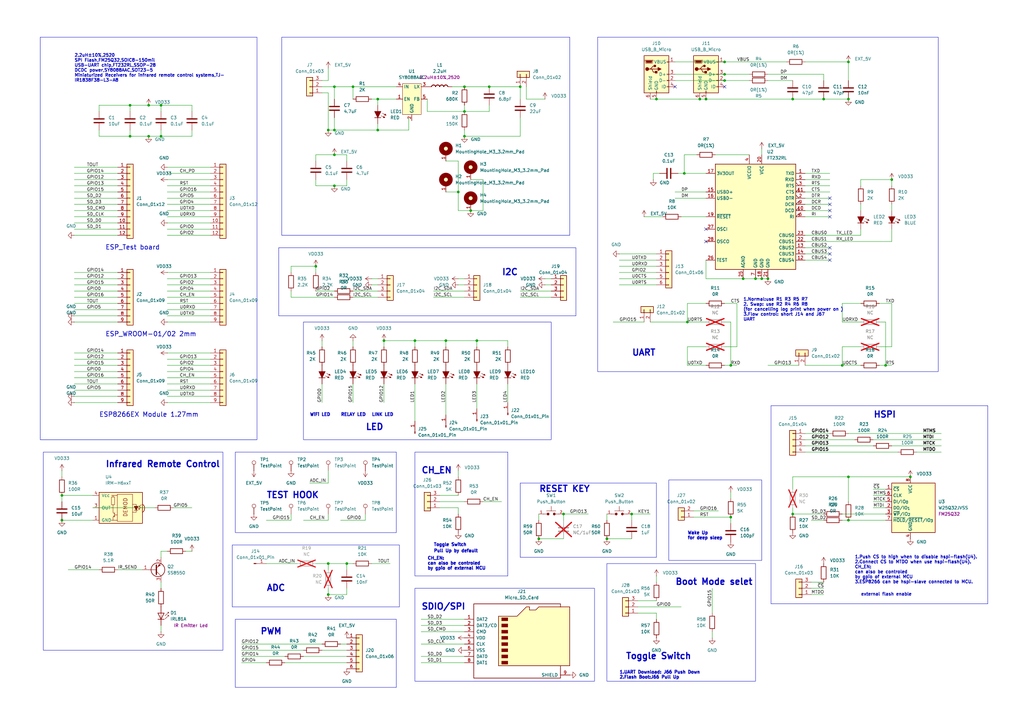
<source format=kicad_sch>
(kicad_sch (version 20250114) (generator "eeschema") (generator_version "9.0")
  (paper "A3")
  (rectangle (start 316.23 166.37) (end 405.13 247.65))
  (rectangle (start 16.51 15.24) (end 105.41 180.34))
  (rectangle (start 248.92 231.14) (end 309.88 279.4))
  (rectangle (start 274.32 196.85) (end 312.42 229.87))
  (rectangle (start 124.46 132.08) (end 226.06 180.34))
  (rectangle (start 95.25 223.52) (end 163.83 248.92))
  (rectangle (start 170.18 185.42) (end 208.28 236.22))
  (rectangle (start 170.18 241.3) (end 243.84 279.4))
  (rectangle (start 115.57 15.24) (end 233.68 96.52))
  (rectangle (start 96.52 254) (end 162.56 281.94))
  (rectangle (start 96.52 185.42) (end 162.56 218.44))
  (rectangle (start 213.36 198.12) (end 269.24 228.6))
  (rectangle (start 17.78 185.42) (end 91.44 266.7))
  (rectangle (start 114.3 101.6) (end 236.22 129.54))
  (rectangle (start 245.11 15.24) (end 384.81 152.4))
  (text "PWM" (at 106.68 259.08 0) (effects (font (size 2.54 2.54) (thickness 0.508) (bold yes)) (justify left)))
  (text "ESP_WROOM-01/02 2mm" (at 43.18 137.16 0) (effects (font (size 1.905 1.905) (thickness 0.254) (bold yes)) (justify left)))
  (text "RELAY LED" (at 139.7 170.18 0) (effects (font (size 1.27 1.27) (thickness 0.508) (bold yes)) (justify left)))
  (text "I2C" (at 205.74 111.76 0) (effects (font (size 2.54 2.54) (thickness 0.508) (bold yes)) (justify left)))
  (text "CH_EN" (at 172.72 193.04 0) (effects (font (size 2.54 2.54) (thickness 0.508) (bold yes)) (justify left)))
  (text "Toggle Switch" (at 256.54 269.24 0) (effects (font (size 2.54 2.54) (thickness 0.508) (bold yes)) (justify left)))
  (text "Wake Up\nfor deep sleep" (at 281.94 219.71 0) (effects (font (size 1.27 1.27) (thickness 0.508) (bold yes)) (justify left)))
  (text "HSPI" (at 358.14 170.18 0) (effects (font (size 2.54 2.54) (thickness 0.508) (bold yes)) (justify left)))
  (text "Toggle Switch\n" (at 177.8 223.52 0) (effects (font (size 1.27 1.27) (thickness 0.508) (bold yes)) (justify left)))
  (text "RESET KEY" (at 220.98 200.66 0) (effects (font (size 2.54 2.54) (thickness 0.508) (bold yes)) (justify left)))
  (text "1.Normal:use R1 R3 R5 R7\n2. Swap: use R2 R4 R6 R8\n(for cancelling log print when power on )\n3.Flow control: short J14 and J67\nUART" (at 304.8 127 0) (effects (font (size 1.27 1.27) (thickness 0.254) (bold yes)) (justify left)))
  (text "TEST HOOK" (at 109.22 203.2 0) (effects (font (size 2.54 2.54) (thickness 0.508) (bold yes)) (justify left)))
  (text "LED" (at 149.86 175.26 0) (effects (font (size 2.54 2.54) (thickness 0.508) (bold yes)) (justify left)))
  (text "external flash enable" (at 353.06 243.84 0) (effects (font (size 1.27 1.27) (thickness 0.254) (bold yes)) (justify left)))
  (text "1.Push CS to high when to disable hspi-flash(U4).\n2.Connect CS to MTDO when use hspi-flash(U4).\nCH_EN:\ncan also be controled\nby gpio of external MCU\n3.ESP8266 can be hspi-slave connected to MCU." (at 350.52 233.68 0) (effects (font (size 1.27 1.27) (thickness 0.254) (bold yes)) (justify left)))
  (text "1.UART Download: J66 Push Down\n2.Flash Boot:J66 Pull Up" (at 254 276.86 0) (effects (font (size 1.27 1.27) (thickness 0.508) (bold yes)) (justify left)))
  (text "Pull Up by default" (at 177.8 226.06 0) (effects (font (size 1.27 1.27) (thickness 0.508) (bold yes)) (justify left)))
  (text "CH_EN:\ncan also be controled\nby gpio of external MCU" (at 175.26 231.14 0) (effects (font (size 1.27 1.27) (thickness 0.508) (bold yes)) (justify left)))
  (text "2.2uH±10%,2520\nSPI Flash,FM25Q32,SOIC8-150mil\nUSB-UART chip,FT232RL,SSOP-28\nDCDC power,SY8088AAC,SOT23-5\nMiniaturized Receivers for infrared remote control systems,TJ-\nIR1838F38-L3-A8" (at 30.48 27.94 0) (effects (font (size 1.27 1.27) (thickness 0.254) (bold yes)) (justify left)))
  (text "ESP8266EX Module 1.27mm" (at 40.64 170.18 0) (effects (font (size 1.905 1.905) (thickness 0.254) (bold yes)) (justify left)))
  (text "WiFi LED" (at 127 170.18 0) (effects (font (size 1.27 1.27) (thickness 0.508) (bold yes)) (justify left)))
  (text "ESP_Test board" (at 43.18 101.6 0) (effects (font (size 1.905 1.905) (thickness 0.254) (bold yes)) (justify left)))
  (text "SDIO/SPI" (at 172.72 248.92 0) (effects (font (size 2.54 2.54) (thickness 0.508) (bold yes)) (justify left)))
  (text "ADC" (at 109.22 241.3 0) (effects (font (size 2.54 2.54) (thickness 0.508) (bold yes)) (justify left)))
  (text "Boot Mode selet" (at 276.86 238.76 0) (effects (font (size 2.54 2.54) (thickness 0.508) (bold yes)) (justify left)))
  (text "LINK LED" (at 152.4 170.18 0) (effects (font (size 1.27 1.27) (thickness 0.508) (bold yes)) (justify left)))
  (text "Infrared Remote Control" (at 43.18 190.5 0) (effects (font (size 2.54 2.54) (thickness 0.508) (bold yes)) (justify left)))
  (text "UART" (at 259.08 144.78 0) (effects (font (size 2.54 2.54) (thickness 0.508) (bold yes)) (justify left)))
  (junction (at 297.18 30.48))
  (junction (at 144.78 35.56))
  (junction (at 281.94 132.08))
  (junction (at 213.36 35.56))
  (junction (at 347.98 195.58))
  (junction (at 299.72 212.09))
  (junction (at 299.72 149.86))
  (junction (at 259.08 210.82))
  (junction (at 363.22 149.86))
  (junction (at 220.98 220.98))
  (junction (at 170.18 139.7))
  (junction (at 137.16 53.34))
  (junction (at 190.5 55.88))
  (junction (at 195.58 139.7))
  (junction (at 134.62 53.34))
  (junction (at 60.96 55.88))
  (junction (at 154.94 40.64))
  (junction (at 347.98 40.64))
  (junction (at 142.24 231.14))
  (junction (at 365.76 73.66))
  (junction (at 289.56 40.64))
  (junction (at 248.92 220.98))
  (junction (at 134.62 231.14))
  (junction (at 157.48 139.7))
  (junction (at 66.04 55.88))
  (junction (at 337.82 40.64))
  (junction (at 53.34 43.18))
  (junction (at 347.98 213.36))
  (junction (at 347.98 25.4))
  (junction (at 129.54 109.22))
  (junction (at 314.96 114.3))
  (junction (at 137.16 76.2))
  (junction (at 60.96 43.18))
  (junction (at 297.18 25.4))
  (junction (at 66.04 43.18))
  (junction (at 137.16 63.5))
  (junction (at 154.94 53.34))
  (junction (at 137.16 35.56))
  (junction (at 53.34 55.88))
  (junction (at 193.04 86.36))
  (junction (at 134.62 243.84))
  (junction (at 287.02 40.64))
  (junction (at 373.38 195.58))
  (junction (at 325.12 210.82))
  (junction (at 182.88 139.7))
  (junction (at 200.66 35.56))
  (junction (at 190.5 45.72))
  (junction (at 190.5 35.56))
  (junction (at 280.67 71.12))
  (junction (at 297.18 33.02))
  (junction (at 25.4 213.36))
  (junction (at 345.44 149.86))
  (junction (at 304.8 114.3))
  (junction (at 312.42 114.3))
  (junction (at 269.24 40.64))
  (junction (at 231.14 210.82))
  (junction (at 25.4 203.2))
  (junction (at 187.96 78.74))
  (junction (at 309.88 114.3))
  (junction (at 325.12 40.64))
  (no_connect (at 340.36 81.28))
  (no_connect (at 340.36 83.82))
  (no_connect (at 340.36 101.6))
  (no_connect (at 340.36 106.68))
  (no_connect (at 289.56 93.98))
  (no_connect (at 289.56 99.06))
  (no_connect (at 276.86 35.56))
  (no_connect (at 340.36 88.9))
  (no_connect (at 340.36 104.14))
  (no_connect (at 297.18 35.56))
  (no_connect (at 340.36 86.36))
  (wire (pts (xy 68.58 73.66) (xy 86.36 73.66)))
  (wire (pts (xy 134.62 213.36) (xy 134.62 210.82)))
  (wire (pts (xy 30.48 68.58) (xy 48.26 68.58)))
  (wire (pts (xy 360.68 132.08) (xy 363.22 132.08)))
  (wire (pts (xy 285.75 63.5) (xy 280.67 63.5)))
  (wire (pts (xy 30.48 91.44) (xy 48.26 91.44)))
  (wire (pts (xy 132.08 33.02) (xy 134.62 33.02)))
  (wire (pts (xy 78.74 53.34) (xy 78.74 55.88)))
  (wire (pts (xy 48.26 233.68) (xy 58.42 233.68)))
  (wire (pts (xy 68.58 152.4) (xy 86.36 152.4)))
  (wire (pts (xy 134.62 231.14) (xy 134.62 233.68)))
  (wire (pts (xy 254 114.3) (xy 269.24 114.3)))
  (wire (pts (xy 360.68 142.24) (xy 365.76 142.24)))
  (wire (pts (xy 66.04 256.54) (xy 66.04 259.08)))
  (wire (pts (xy 68.58 76.2) (xy 86.36 76.2)))
  (wire (pts (xy 68.58 144.78) (xy 86.36 144.78)))
  (wire (pts (xy 358.14 205.74) (xy 363.22 205.74)))
  (wire (pts (xy 144.78 157.48) (xy 144.78 165.1)))
  (wire (pts (xy 142.24 243.84) (xy 134.62 243.84)))
  (wire (pts (xy 307.34 63.5) (xy 293.37 63.5)))
  (wire (pts (xy 373.38 195.58) (xy 347.98 195.58)))
  (wire (pts (xy 297.18 25.4) (xy 322.58 25.4)))
  (wire (pts (xy 254 109.22) (xy 269.24 109.22)))
  (wire (pts (xy 68.58 119.38) (xy 86.36 119.38)))
  (wire (pts (xy 280.67 71.12) (xy 289.56 71.12)))
  (wire (pts (xy 68.58 71.12) (xy 86.36 71.12)))
  (wire (pts (xy 269.24 251.46) (xy 269.24 254)))
  (wire (pts (xy 208.28 157.48) (xy 208.28 165.1)))
  (wire (pts (xy 139.7 264.16) (xy 142.24 264.16)))
  (wire (pts (xy 297.18 132.08) (xy 299.72 132.08)))
  (wire (pts (xy 195.58 139.7) (xy 195.58 142.24)))
  (wire (pts (xy 365.76 124.46) (xy 360.68 124.46)))
  (wire (pts (xy 142.24 241.3) (xy 142.24 243.84)))
  (wire (pts (xy 129.54 63.5) (xy 129.54 66.04)))
  (wire (pts (xy 30.48 96.52) (xy 48.26 96.52)))
  (wire (pts (xy 60.96 43.18) (xy 66.04 43.18)))
  (wire (pts (xy 172.72 259.08) (xy 190.5 259.08)))
  (wire (pts (xy 30.48 88.9) (xy 48.26 88.9)))
  (wire (pts (xy 215.9 40.64) (xy 223.52 40.64)))
  (wire (pts (xy 71.12 208.28) (xy 78.74 208.28)))
  (wire (pts (xy 129.54 109.22) (xy 129.54 111.76)))
  (wire (pts (xy 248.92 210.82) (xy 248.92 213.36)))
  (wire (pts (xy 170.18 139.7) (xy 170.18 142.24)))
  (wire (pts (xy 129.54 231.14) (xy 134.62 231.14)))
  (wire (pts (xy 353.06 83.82) (xy 353.06 86.36)))
  (wire (pts (xy 365.76 182.88) (xy 386.08 182.88)))
  (wire (pts (xy 332.74 238.76) (xy 337.82 238.76)))
  (wire (pts (xy 132.08 139.7) (xy 132.08 142.24)))
  (wire (pts (xy 142.24 231.14) (xy 144.78 231.14)))
  (wire (pts (xy 134.62 231.14) (xy 142.24 231.14)))
  (wire (pts (xy 66.04 43.18) (xy 66.04 45.72)))
  (wire (pts (xy 312.42 60.96) (xy 312.42 63.5)))
  (wire (pts (xy 276.86 81.28) (xy 289.56 81.28)))
  (wire (pts (xy 30.48 119.38) (xy 48.26 119.38)))
  (wire (pts (xy 208.28 139.7) (xy 208.28 142.24)))
  (wire (pts (xy 289.56 106.68) (xy 289.56 114.3)))
  (wire (pts (xy 284.48 209.55) (xy 294.64 209.55)))
  (wire (pts (xy 116.84 271.78) (xy 142.24 271.78)))
  (wire (pts (xy 68.58 81.28) (xy 86.36 81.28)))
  (wire (pts (xy 68.58 157.48) (xy 86.36 157.48)))
  (wire (pts (xy 68.58 160.02) (xy 86.36 160.02)))
  (wire (pts (xy 152.4 40.64) (xy 154.94 40.64)))
  (wire (pts (xy 132.08 266.7) (xy 142.24 266.7)))
  (wire (pts (xy 66.04 53.34) (xy 66.04 55.88)))
  (wire (pts (xy 325.12 195.58) (xy 325.12 200.66)))
  (wire (pts (xy 289.56 114.3) (xy 304.8 114.3)))
  (wire (pts (xy 124.46 213.36) (xy 134.62 213.36)))
  (wire (pts (xy 157.48 157.48) (xy 157.48 165.1)))
  (wire (pts (xy 53.34 43.18) (xy 53.34 45.72)))
  (wire (pts (xy 119.38 213.36) (xy 119.38 210.82)))
  (wire (pts (xy 337.82 30.48) (xy 337.82 33.02)))
  (wire (pts (xy 68.58 121.92) (xy 86.36 121.92)))
  (wire (pts (xy 68.58 127) (xy 86.36 127)))
  (wire (pts (xy 332.74 213.36) (xy 337.82 213.36)))
  (wire (pts (xy 330.2 25.4) (xy 347.98 25.4)))
  (wire (pts (xy 309.88 114.3) (xy 312.42 114.3)))
  (wire (pts (xy 198.12 86.36) (xy 193.04 86.36)))
  (wire (pts (xy 78.74 43.18) (xy 78.74 45.72)))
  (wire (pts (xy 68.58 68.58) (xy 86.36 68.58)))
  (wire (pts (xy 134.62 193.04) (xy 134.62 198.12)))
  (wire (pts (xy 347.98 177.8) (xy 386.08 177.8)))
  (wire (pts (xy 254 111.76) (xy 269.24 111.76)))
  (wire (pts (xy 195.58 157.48) (xy 195.58 167.64)))
  (wire (pts (xy 152.4 116.84) (xy 154.94 116.84)))
  (wire (pts (xy 109.22 231.14) (xy 121.92 231.14)))
  (wire (pts (xy 187.96 116.84) (xy 190.5 116.84)))
  (wire (pts (xy 254 104.14) (xy 269.24 104.14)))
  (wire (pts (xy 363.22 149.86) (xy 365.76 149.86)))
  (wire (pts (xy 144.78 121.92) (xy 154.94 121.92)))
  (wire (pts (xy 365.76 99.06) (xy 365.76 93.98)))
  (wire (pts (xy 68.58 93.98) (xy 86.36 93.98)))
  (wire (pts (xy 180.34 203.2) (xy 187.96 203.2)))
  (wire (pts (xy 68.58 78.74) (xy 86.36 78.74)))
  (wire (pts (xy 213.36 55.88) (xy 190.5 55.88)))
  (wire (pts (xy 134.62 38.1) (xy 134.62 53.34)))
  (wire (pts (xy 330.2 177.8) (xy 340.36 177.8)))
  (wire (pts (xy 129.54 63.5) (xy 137.16 63.5)))
  (wire (pts (xy 30.48 111.76) (xy 48.26 111.76)))
  (wire (pts (xy 185.42 35.56) (xy 190.5 35.56)))
  (wire (pts (xy 30.48 114.3) (xy 48.26 114.3)))
  (wire (pts (xy 299.72 132.08) (xy 299.72 149.86)))
  (wire (pts (xy 340.36 104.14) (xy 330.2 104.14)))
  (wire (pts (xy 353.06 73.66) (xy 365.76 73.66)))
  (wire (pts (xy 269.24 40.64) (xy 287.02 40.64)))
  (wire (pts (xy 119.38 109.22) (xy 119.38 111.76)))
  (wire (pts (xy 68.58 96.52) (xy 86.36 96.52)))
  (wire (pts (xy 264.16 88.9) (xy 271.78 88.9)))
  (wire (pts (xy 231.14 210.82) (xy 231.14 213.36)))
  (wire (pts (xy 220.98 220.98) (xy 231.14 220.98)))
  (wire (pts (xy 347.98 25.4) (xy 347.98 33.02)))
  (wire (pts (xy 30.48 147.32) (xy 48.26 147.32)))
  (wire (pts (xy 68.58 154.94) (xy 86.36 154.94)))
  (wire (pts (xy 330.2 149.86) (xy 345.44 149.86)))
  (wire (pts (xy 30.48 93.98) (xy 48.26 93.98)))
  (wire (pts (xy 25.4 203.2) (xy 25.4 205.74)))
  (wire (pts (xy 129.54 73.66) (xy 129.54 76.2)))
  (wire (pts (xy 345.44 213.36) (xy 347.98 213.36)))
  (wire (pts (xy 30.48 132.08) (xy 48.26 132.08)))
  (wire (pts (xy 144.78 35.56) (xy 144.78 40.64)))
  (wire (pts (xy 144.78 35.56) (xy 162.56 35.56)))
  (wire (pts (xy 193.04 86.36) (xy 187.96 86.36)))
  (wire (pts (xy 30.48 144.78) (xy 48.26 144.78)))
  (wire (pts (xy 60.96 55.88) (xy 66.04 55.88)))
  (wire (pts (xy 53.34 53.34) (xy 53.34 55.88)))
  (wire (pts (xy 154.94 53.34) (xy 167.64 53.34)))
  (wire (pts (xy 299.72 212.09) (xy 299.72 214.63)))
  (wire (pts (xy 261.62 248.92) (xy 279.4 248.92)))
  (wire (pts (xy 154.94 50.8) (xy 154.94 53.34)))
  (wire (pts (xy 299.72 149.86) (xy 302.26 149.86)))
  (wire (pts (xy 167.64 53.34) (xy 167.64 48.26)))
  (wire (pts (xy 25.4 193.04) (xy 25.4 195.58)))
  (wire (pts (xy 345.44 142.24) (xy 353.06 142.24)))
  (wire (pts (xy 190.5 43.18) (xy 190.5 45.72)))
  (wire (pts (xy 190.5 35.56) (xy 200.66 35.56)))
  (wire (pts (xy 292.1 259.08) (xy 292.1 261.62)))
  (wire (pts (xy 68.58 86.36) (xy 86.36 86.36)))
  (wire (pts (xy 289.56 40.64) (xy 325.12 40.64)))
  (wire (pts (xy 38.1 208.28) (xy 63.5 208.28)))
  (wire (pts (xy 137.16 35.56) (xy 137.16 40.64)))
  (wire (pts (xy 154.94 40.64) (xy 154.94 43.18)))
  (wire (pts (xy 325.12 40.64) (xy 337.82 40.64)))
  (wire (pts (xy 340.36 101.6) (xy 330.2 101.6)))
  (wire (pts (xy 172.72 271.78) (xy 190.5 271.78)))
  (wire (pts (xy 132.08 38.1) (xy 134.62 38.1)))
  (wire (pts (xy 363.22 132.08) (xy 363.22 149.86)))
  (wire (pts (xy 358.14 208.28) (xy 363.22 208.28)))
  (wire (pts (xy 177.8 119.38) (xy 190.5 119.38)))
  (wire (pts (xy 187.96 193.04) (xy 187.96 195.58)))
  (wire (pts (xy 325.12 210.82) (xy 337.82 210.82)))
  (wire (pts (xy 259.08 210.82) (xy 259.08 213.36)))
  (wire (pts (xy 223.52 116.84) (xy 226.06 116.84)))
  (wire (pts (xy 345.44 132.08) (xy 353.06 132.08)))
  (wire (pts (xy 187.96 114.3) (xy 190.5 114.3)))
  (wire (pts (xy 259.08 210.82) (xy 266.7 210.82)))
  (wire (pts (xy 281.94 124.46) (xy 289.56 124.46)))
  (wire (pts (xy 132.08 157.48) (xy 132.08 165.1)))
  (wire (pts (xy 340.36 71.12) (xy 330.2 71.12)))
  (wire (pts (xy 99.06 271.78) (xy 109.22 271.78)))
  (wire (pts (xy 340.36 76.2) (xy 330.2 76.2)))
  (wire (pts (xy 25.4 213.36) (xy 38.1 213.36)))
  (wire (pts (xy 198.12 73.66) (xy 193.04 73.66)))
  (wire (pts (xy 187.96 66.04) (xy 182.88 66.04)))
  (wire (pts (xy 365.76 142.24) (xy 365.76 124.46)))
  (wire (pts (xy 340.36 88.9) (xy 330.2 88.9)))
  (wire (pts (xy 281.94 142.24) (xy 281.94 149.86)))
  (wire (pts (xy 30.48 116.84) (xy 48.26 116.84)))
  (wire (pts (xy 340.36 81.28) (xy 330.2 81.28)))
  (wire (pts (xy 182.88 139.7) (xy 195.58 139.7)))
  (wire (pts (xy 347.98 213.36) (xy 363.22 213.36)))
  (wire (pts (xy 297.18 142.24) (xy 302.26 142.24)))
  (wire (pts (xy 302.26 124.46) (xy 297.18 124.46)))
  (wire (pts (xy 302.26 142.24) (xy 302.26 124.46)))
  (wire (pts (xy 177.8 121.92) (xy 190.5 121.92)))
  (wire (pts (xy 157.48 139.7) (xy 157.48 142.24)))
  (wire (pts (xy 314.96 149.86) (xy 327.66 149.86)))
  (wire (pts (xy 68.58 162.56) (xy 86.36 162.56)))
  (wire (pts (xy 213.36 119.38) (xy 226.06 119.38)))
  (wire (pts (xy 137.16 76.2) (xy 129.54 76.2)))
  (wire (pts (xy 124.46 269.24) (xy 142.24 269.24)))
  (wire (pts (xy 200.66 45.72) (xy 190.5 45.72)))
  (wire (pts (xy 30.48 127) (xy 48.26 127)))
  (wire (pts (xy 345.44 210.82) (xy 363.22 210.82)))
  (wire (pts (xy 99.06 269.24) (xy 116.84 269.24)))
  (wire (pts (xy 213.36 35.56) (xy 213.36 40.64)))
  (wire (pts (xy 30.48 78.74) (xy 48.26 78.74)))
  (wire (pts (xy 266.7 132.08) (xy 281.94 132.08)))
  (wire (pts (xy 109.22 213.36) (xy 119.38 213.36)))
  (wire (pts (xy 279.4 88.9) (xy 289.56 88.9)))
  (wire (pts (xy 190.5 53.34) (xy 190.5 55.88)))
  (wire (pts (xy 297.18 149.86) (xy 299.72 149.86)))
  (wire (pts (xy 289.56 142.24) (xy 281.94 142.24)))
  (wire (pts (xy 276.86 78.74) (xy 289.56 78.74)))
  (wire (pts (xy 340.36 78.74) (xy 330.2 78.74)))
  (wire (pts (xy 66.04 55.88) (xy 78.74 55.88)))
  (wire (pts (xy 347.98 195.58) (xy 325.12 195.58)))
  (wire (pts (xy 76.2 226.06) (xy 78.74 226.06)))
  (wire (pts (xy 68.58 116.84) (xy 86.36 116.84)))
  (wire (pts (xy 172.72 269.24) (xy 190.5 269.24)))
  (wire (pts (xy 353.06 73.66) (xy 353.06 76.2)))
  (wire (pts (xy 332.74 241.3) (xy 337.82 241.3)))
  (wire (pts (xy 345.44 124.46) (xy 345.44 132.08)))
  (wire (pts (xy 129.54 119.38) (xy 137.16 119.38)))
  (wire (pts (xy 358.14 200.66) (xy 363.22 200.66)))
  (wire (pts (xy 170.18 157.48) (xy 170.18 172.72)))
  (wire (pts (xy 139.7 213.36) (xy 149.86 213.36)))
  (wire (pts (xy 261.62 251.46) (xy 269.24 251.46)))
  (wire (pts (xy 353.06 124.46) (xy 345.44 124.46)))
  (wire (pts (xy 68.58 129.54) (xy 86.36 129.54)))
  (wire (pts (xy 358.14 180.34) (xy 386.08 180.34)))
  (wire (pts (xy 149.86 213.36) (xy 149.86 210.82)))
  (wire (pts (xy 68.58 111.76) (xy 86.36 111.76)))
  (wire (pts (xy 30.48 129.54) (xy 48.26 129.54)))
  (wire (pts (xy 231.14 210.82) (xy 241.3 210.82)))
  (wire (pts (xy 251.46 132.08) (xy 264.16 132.08)))
  (wire (pts (xy 142.24 73.66) (xy 142.24 76.2)))
  (wire (pts (xy 27.94 233.68) (xy 40.64 233.68)))
  (wire (pts (xy 200.66 35.56) (xy 213.36 35.56)))
  (wire (pts (xy 68.58 226.06) (xy 66.04 226.06)))
  (wire (pts (xy 330.2 185.42) (xy 368.3 185.42)))
  (wire (pts (xy 330.2 99.06) (xy 365.76 99.06)))
  (wire (pts (xy 340.36 83.82) (xy 330.2 83.82)))
  (wire (pts (xy 280.67 63.5) (xy 280.67 71.12)))
  (wire (pts (xy 215.9 40.64) (xy 215.9 35.56)))
  (wire (pts (xy 284.48 212.09) (xy 299.72 212.09)))
  (wire (pts (xy 68.58 124.46) (xy 86.36 124.46)))
  (wire (pts (xy 134.62 241.3) (xy 134.62 243.84)))
  (wire (pts (xy 119.38 121.92) (xy 137.16 121.92)))
  (wire (pts (xy 66.04 226.06) (xy 66.04 228.6)))
  (wire (pts (xy 137.16 35.56) (xy 144.78 35.56)))
  (wire (pts (xy 276.86 30.48) (xy 297.18 30.48)))
  (wire (pts (xy 137.16 53.34) (xy 154.94 53.34)))
  (wire (pts (xy 267.97 71.12) (xy 270.51 71.12)))
  (wire (pts (xy 180.34 208.28) (xy 187.96 208.28)))
  (wire (pts (xy 345.44 149.86) (xy 353.06 149.86)))
  (wire (pts (xy 127 198.12) (xy 134.62 198.12)))
  (wire (pts (xy 365.76 73.66) (xy 365.76 76.2)))
  (wire (pts (xy 142.24 76.2) (xy 137.16 76.2)))
  (wire (pts (xy 30.48 71.12) (xy 48.26 71.12)))
  (wire (pts (xy 269.24 236.22) (xy 269.24 238.76)))
  (wire (pts (xy 261.62 246.38) (xy 269.24 246.38)))
  (wire (pts (xy 40.64 43.18) (xy 40.64 45.72)))
  (wire (pts (xy 281.94 149.86) (xy 289.56 149.86)))
  (wire (pts (xy 132.08 35.56) (xy 137.16 35.56)))
  (wire (pts (xy 68.58 165.1) (xy 86.36 165.1)))
  (wire (pts (xy 254 116.84) (xy 269.24 116.84)))
  (wire (pts (xy 330.2 180.34) (xy 350.52 180.34)))
  (wire (pts (xy 170.18 139.7) (xy 182.88 139.7)))
  (wire (pts (xy 213.36 48.26) (xy 213.36 55.88)))
  (wire (pts (xy 30.48 83.82) (xy 48.26 83.82)))
  (wire (pts (xy 347.98 195.58) (xy 347.98 205.74)))
  (wire (pts (xy 142.24 63.5) (xy 142.24 66.04)))
  (wire (pts (xy 137.16 63.5) (xy 142.24 63.5)))
  (wire (pts (xy 53.34 55.88) (xy 60.96 55.88)))
  (wire (pts (xy 266.7 40.64) (xy 269.24 40.64)))
  (wire (pts (xy 68.58 149.86) (xy 86.36 149.86)))
  (wire (pts (xy 30.48 160.02) (xy 48.26 160.02)))
  (wire (pts (xy 360.68 149.86) (xy 363.22 149.86)))
  (wire (pts (xy 287.02 40.64) (xy 289.56 40.64)))
  (wire (pts (xy 332.74 243.84) (xy 337.82 243.84)))
  (wire (pts (xy 358.14 203.2) (xy 363.22 203.2)))
  (wire (pts (xy 30.48 157.48) (xy 48.26 157.48)))
  (wire (pts (xy 68.58 147.32) (xy 86.36 147.32)))
  (wire (pts (xy 200.66 43.18) (xy 200.66 45.72)))
  (wire (pts (xy 30.48 86.36) (xy 48.26 86.36)))
  (wire (pts (xy 40.64 53.34) (xy 40.64 55.88)))
  (wire (pts (xy 314.96 30.48) (xy 337.82 30.48)))
  (wire (pts (xy 180.34 205.74) (xy 190.5 205.74)))
  (wire (pts (xy 307.34 33.02) (xy 297.18 33.02)))
  (wire (pts (xy 40.64 55.88) (xy 53.34 55.88)))
  (wire (pts (xy 134.62 53.34) (xy 137.16 53.34)))
  (wire (pts (xy 187.96 78.74) (xy 187.96 66.04)))
  (wire (pts (xy 142.24 231.14) (xy 142.24 233.68)))
  (wire (pts (xy 187.96 208.28) (xy 187.96 210.82)))
  (wire (pts (xy 312.42 114.3) (xy 314.96 114.3)))
  (wire (pts (xy 162.56 40.64) (xy 154.94 40.64)))
  (wire (pts (xy 198.12 73.66) (xy 198.12 86.36)))
  (wire (pts (xy 172.72 254) (xy 190.5 254)))
  (wire (pts (xy 340.36 73.66) (xy 330.2 73.66)))
  (wire (pts (xy 99.06 266.7) (xy 124.46 266.7)))
  (wire (pts (xy 267.97 73.66) (xy 267.97 71.12)))
  (wire (pts (xy 144.78 139.7) (xy 144.78 142.24)))
  (wire (pts (xy 337.82 40.64) (xy 347.98 40.64)))
  (wire (pts (xy 365.76 83.82) (xy 365.76 86.36)))
  (wire (pts (xy 276.86 25.4) (xy 297.18 25.4)))
  (wire (pts (xy 299.72 201.93) (xy 299.72 204.47)))
  (wire (pts (xy 248.92 220.98) (xy 259.08 220.98)))
  (wire (pts (xy 157.48 139.7) (xy 170.18 139.7)))
  (wire (pts (xy 182.88 139.7) (xy 182.88 142.24)))
  (wire (pts (xy 353.06 96.52) (xy 353.06 93.98)))
  (wire (pts (xy 254 106.68) (xy 269.24 106.68)))
  (wire (pts (xy 68.58 91.44) (xy 86.36 91.44)))
  (wire (pts (xy 278.13 71.12) (xy 280.67 71.12)))
  (wire (pts (xy 53.34 43.18) (xy 60.96 43.18)))
  (wire (pts (xy 40.64 43.18) (xy 53.34 43.18)))
  (wire (pts (xy 198.12 205.74) (xy 205.74 205.74)))
  (wire (pts (xy 297.18 30.48) (xy 307.34 30.48)))
  (wire (pts (xy 187.96 86.36) (xy 187.96 78.74)))
  (wire (pts (xy 292.1 241.3) (xy 292.1 251.46)))
  (wire (pts (xy 25.4 203.2) (xy 38.1 203.2)))
  (wire (pts (xy 144.78 119.38) (xy 154.94 119.38)))
  (wire (pts (xy 375.92 185.42) (xy 386.08 185.42)))
  (wire (pts (xy 276.86 33.02) (xy 297.18 33.02)))
  (wire (pts (xy 330.2 96.52) (xy 353.06 96.52)))
  (wire (pts (xy 137.16 48.26) (xy 137.16 53.34)))
  (wire (pts (xy 68.58 132.08) (xy 86.36 132.08)))
  (wire (pts (xy 172.72 256.54) (xy 190.5 256.54)))
  (wire (pts (xy 220.98 210.82) (xy 220.98 213.36)))
  (wire (pts (xy 172.72 264.16) (xy 190.5 264.16)))
  (wire (pts (xy 182.88 78.74) (xy 187.96 78.74)))
  (wire (pts (xy 182.88 157.48) (xy 182.88 170.18)))
  (wire (pts (xy 66.04 43.18) (xy 78.74 43.18)))
  (wire (pts (xy 325.12 208.28) (xy 325.12 210.82)))
  (wire (pts (xy 68.58 88.9) (xy 86.36 88.9)))
  (wire (pts (xy 68.58 83.82) (xy 86.36 83.82)))
  (wire (pts (xy 66.04 238.76) (xy 66.04 241.3)))
  (wire (pts (xy 134.62 33.02) (xy 134.62 27.94)))
  (wire (pts (xy 223.52 114.3) (xy 226.06 114.3)))
  (wire (pts (xy 30.48 81.28) (xy 48.26 81.28)))
  (wire (pts (xy 190.5 45.72) (xy 175.26 45.72)))
  (wire (pts (xy 304.8 114.3) (xy 309.88 114.3)))
  (wire (pts (xy 30.48 154.94) (xy 48.26 154.94)))
  (wire (pts (xy 175.26 45.72) (xy 175.26 40.64)))
  (wire (pts (xy 68.58 114.3) (xy 86.36 114.3)))
  (wire (pts (xy 30.48 152.4) (xy 48.26 152.4)))
  (wire (pts (xy 30.48 165.1) (xy 48.26 165.1)))
  (wire (pts (xy 152.4 114.3) (xy 154.94 114.3)))
  (wire (pts (xy 195.58 139.7) (xy 208.28 139.7)))
  (wire (pts (xy 119.38 119.38) (xy 119.38 121.92)))
  (wire (pts (xy 152.4 231.14) (xy 160.02 231.14)))
  (wire (pts (xy 340.36 86.36) (xy 330.2 86.36)))
  (wire (pts (xy 119.38 109.22) (xy 129.54 109.22)))
  (wire (pts (xy 30.48 124.46) (xy 48.26 124.46)))
  (wire (pts (xy 330.2 182.88) (xy 358.14 182.88)))
  (wire (pts (xy 213.36 121.92) (xy 226.06 121.92)))
  (wire (pts (xy 289.56 132.08) (xy 281.94 132.08)))
  (wire (pts (xy 345.44 142.24) (xy 345.44 149.86)))
  (wire (pts (xy 30.48 73.66) (xy 48.26 73.66)))
  (wire (pts (xy 30.48 149.86) (xy 48.26 149.86)))
  (wire (pts (xy 340.36 106.68) (xy 330.2 106.68)))
  (wire (pts (xy 30.48 121.92) (xy 48.26 121.92)))
  (wire (pts (xy 281.94 132.08) (xy 281.94 124.46)))
  (wire (pts (xy 314.96 33.02) (xy 325.12 33.02)))
  (wire (pts (xy 99.06 264.16) (xy 132.08 264.16)))
  (wire (pts (xy 30.48 162.56) (xy 48.26 162.56)))
  (wire (pts (xy 30.48 76.2) (xy 48.26 76.2)))
  (label "CH_EN" (at 73.66 121.92 0))
  (label "SD_CMD" (at 175.26 259.08 0))
  (label "U0RXD" (at 73.66 127 0))
  (label "U0TXD" (at 73.66 86.36 0))
  (label "LED4" (at 208.28 165.1 90))
  (label "LED1" (at 170.18 165.1 90))
  (label "U0RTS" (at 259.08 116.84 0))
  (label "GPIO12" (at 35.56 147.32 0))
  (label "I2C_SCL" (at 213.36 121.92 0))
  (label "GPIO0" (at 269.24 248.92 0))
  (label "U0RXD" (at 259.08 109.22 0))
  (label "GPIO14" (at 99.06 269.24 0))
  (label "GPIO15" (at 254 132.08 0))
  (label "MTMS" (at 378.46 177.8 0) (effects (font (thickness 0.254) (bold yes))))
  (label "CBUS2" (at 332.74 101.6 0))
  (label "GPIO13" (at 73.66 114.3 0))
  (label "DP" (at 320.04 30.48 0))
  (label "GPIO16" (at 287.02 209.55 0))
  (label "GPIO4" (at 73.66 152.4 0))
  (label "SD_D3" (at 35.56 83.82 0))
  (label "TOUT" (at 35.56 124.46 0))
  (label "MTDO" (at 378.46 185.42 0) (effects (font (thickness 0.254) (bold yes))))
  (label "U0RXD" (at 73.66 88.9 0))
  (label "MTDO" (at 332.74 243.84 0))
  (label "SD_CLK" (at 175.26 264.16 0))
  (label "RST" (at 73.66 76.2 0))
  (label "GPIO2" (at 73.66 116.84 0))
  (label "RST" (at 287.02 212.09 0))
  (label "DCD" (at 332.74 86.36 0))
  (label "U0CTS" (at 345.44 149.86 0))
  (label "TXD" (at 363.22 124.46 0))
  (label "RXD" (at 332.74 73.66 0))
  (label "GPIO0" (at 35.56 119.38 0))
  (label "I2C_SCL" (at 144.78 121.92 0))
  (label "GPIO5" (at 73.66 81.28 0))
  (label "CTS" (at 299.72 124.46 0))
  (label "DCR" (at 332.74 83.82 0))
  (label "U0RXD" (at 345.44 132.08 0))
  (label "TOUT" (at 35.56 157.48 0))
  (label "GPIO0" (at 35.56 152.4 0))
  (label "GPIO13" (at 332.74 182.88 0) (effects (font (thickness 0.254) (bold yes))))
  (label "DM" (at 320.04 33.02 0))
  (label "SD_CMD" (at 35.56 86.36 0))
  (label "RI" (at 332.74 88.9 0))
  (label "U0RTS" (at 281.94 132.08 0))
  (label "CBUS0" (at 332.74 96.52 0))
  (label "GPIO15" (at 332.74 185.42 0) (effects (font (thickness 0.254) (bold yes))))
  (label "GPIO0" (at 132.08 165.1 90))
  (label "CBUS4" (at 332.74 106.68 0))
  (label "GPIO5" (at 35.56 127 0))
  (label "GPIO13" (at 317.5 149.86 0))
  (label "GPIO4" (at 73.66 119.38 0))
  (label "SD_D0" (at 35.56 91.44 0))
  (label "U0TXD" (at 281.94 149.86 0))
  (label "SD_D2" (at 175.26 254 0))
  (label "I2C_SDA" (at 144.78 119.38 0))
  (label "SD_D0" (at 175.26 269.24 0))
  (label "GPIO15" (at 111.76 213.36 0))
  (label "CH_EN" (at 73.66 154.94 0))
  (label "GPIO2" (at 259.08 111.76 0))
  (label "GPIO2" (at 129.54 119.38 0))
  (label "GPIO2" (at 73.66 149.86 0))
  (label "KEY1" (at 261.62 210.82 0))
  (label "U0TXD" (at 73.66 162.56 0))
  (label "RST" (at 73.66 157.48 0))
  (label "ADC_IN" (at 114.3 231.14 0))
  (label "GPIO12" (at 35.56 114.3 0))
  (label "GPIO5" (at 71.12 208.28 0))
  (label "GPIO15" (at 35.56 78.74 0))
  (label "I2C_SDA" (at 177.8 119.38 0))
  (label "SD_D1" (at 35.56 93.98 0))
  (label "SD_D2" (at 35.56 81.28 0))
  (label "DTR" (at 332.74 81.28 0))
  (label "TOUT" (at 35.56 68.58 0))
  (label "I2C_SDA" (at 213.36 119.38 0))
  (label "TXD" (at 332.74 71.12 0))
  (label "MTDI" (at 358.14 208.28 0))
  (label "GPIO16" (at 35.56 121.92 0))
  (label "MTCK" (at 378.46 182.88 0) (effects (font (thickness 0.254) (bold yes))))
  (label "U0CTS" (at 259.08 114.3 0))
  (label "GPIO15" (at 35.56 116.84 0))
  (label "SD_D2" (at 332.74 213.36 0))
  (label "DP" (at 279.4 78.74 0))
  (label "CH_EN" (at 127 213.36 0))
  (label "VBUS" (at 302.26 25.4 0))
  (label "GPIO13" (at 233.68 210.82 0))
  (label "U0TXD" (at 73.66 129.54 0))
  (label "GPIO4" (at 73.66 83.82 0))
  (label "GPIO13" (at 73.66 147.32 0))
  (label "GPIO13" (at 35.56 76.2 0))
  (label "CBUS1" (at 332.74 99.06 0))
  (label "MTDI" (at 378.46 180.34 0) (effects (font (thickness 0.254) (bold yes))))
  (label "SD_D3" (at 332.74 210.82 0))
  (label "GPIO0" (at 142.24 213.36 0))
  (label "GPIO16" (at 73.66 78.74 0))
  (label "~{CS}" (at 358.14 200.66 0))
  (label "CBUS3" (at 332.74 104.14 0))
  (label "LED2" (at 182.88 165.1 90))
  (label "IR_SEND" (at 48.26 233.68 0))
  (label "GPIO0" (at 73.66 93.98 0))
  (label "GPIO12" (at 35.56 73.66 0))
  (label "CTS" (at 332.74 78.74 0))
  (label "GPIO16" (at 35.56 154.94 0))
  (label "RX_LED" (at 342.9 99.06 0))
  (label "RXD" (at 299.72 149.86 0))
  (label "GPIO12" (at 99.06 264.16 0))
  (label "I2C_SCL" (at 177.8 121.92 0))
  (label "GPIO2" (at 73.66 96.52 0))
  (label "GPIO14" (at 30.48 233.68 0))
  (label "GPIO14" (at 35.56 111.76 0))
  (label "TOUT" (at 154.94 231.14 0))
  (label "RST" (at 73.66 124.46 0))
  (label "GPIO15" (at 144.78 165.1 90))
  (label "GPIO4" (at 99.06 271.78 0))
  (label "MTCK" (at 358.14 205.74 0))
  (label "DM" (at 279.4 81.28 0))
  (label "GPIO14" (at 35.56 71.12 0))
  (label "U0RXD" (at 73.66 160.02 0))
  (label "GPIO12" (at 332.74 180.34 0) (effects (font (thickness 0.254) (bold yes))))
  (label "TX_LED" (at 342.9 96.52 0))
  (label "GPIO14" (at 129.54 121.92 0))
  (label "GPIO15" (at 35.56 149.86 0))
  (label "~{CS}" (at 335.28 241.3 0))
  (label "GPIO12" (at 157.48 165.1 90))
  (label "GPIO14" (at 35.56 144.78 0))
  (label "GPIO14" (at 332.74 177.8 0) (effects (font (thickness 0.254) (bold yes))))
  (label "SD_D3" (at 175.26 256.54 0))
  (label "SD_CLK" (at 35.56 88.9 0))
  (label "U0TXD" (at 259.08 106.68 0))
  (label "MTMS" (at 358.14 203.2 0))
  (label "RTS" (at 363.22 149.86 0))
  (label "LED3" (at 195.58 165.1 90))
  (label "CH_PD" (at 73.66 71.12 0))
  (label "GPIO15" (at 292.1 248.92 90))
  (label "GPIO15" (at 99.06 266.7 0))
  (label "SD_D1" (at 175.26 271.78 0))
  (label "ADC_IN" (at 127 198.12 0))
  (label "RTS" (at 332.74 76.2 0))
  (label "GPIO5" (at 35.56 160.02 0))
  (label "CH_EN" (at 198.12 205.74 0))
  (symbol (lib_id "power:GND") (at 68.58 91.44 270) (unit 1)
    (property "Reference" "#PWR03" (effects (hide yes)))
    (property "Value" "GND" (at 67.31 87.63 90))
    (property "Description" "Power symbol creates a global label with name \"GND\" , ground" (effects (hide yes)))
  )
  (symbol (lib_id "PCM_Capacitor_AKL:C_1206") (at 53.34 49.53 0) (unit 1)
    (property "Reference" "C2" (at 57.15 48.2599 0) (effects (justify left)))
    (property "Value" "0.1uF" (at 57.15 50.7999 0) (effects (justify left)))
    (property "Footprint" "PCM_Capacitor_SMD_AKL:C_1206_3216Metric" (effects (hide yes)))
    (property "Description" "SMD 1206 MLCC capacitor, Alternate KiCad Library" (effects (hide yes)))
  )
  (symbol (lib_id "power:GND") (at 267.97 73.66 0) (unit 1)
    (property "Reference" "#PWR024" (effects (hide yes)))
    (property "Value" "GND" (at 270.51 74.9299 0) (effects (justify left)))
    (property "Description" "Power symbol creates a global label with name \"GND\" , ground" (effects (hide yes)))
  )
  (symbol (lib_id "Connector_Generic:Conn_01x06") (at 147.32 266.7 0) (unit 1)
    (property "Reference" "J20" (at 149.86 266.6999 0) (effects (justify left)))
    (property "Value" "Conn_01x06" (at 149.86 269.2399 0) (effects (justify left)))
    (property "Description" "Generic connector, single row, 01x06, script generated (kicad-library-utils/schlib/autogen/connector/)" (effects (hide yes)))
  )
  (symbol (lib_id "power:+5V") (at 104.14 193.04 180) (unit 1)
    (property "Reference" "#PWR048" (effects (hide yes)))
    (property "Value" "EXT_5V" (at 104.14 198.12 0))
    (property "Description" "Power symbol creates a global label with name \"+5V\"" (effects (hide yes)))
  )
  (symbol (lib_id "power:+5V") (at 152.4 114.3 90) (unit 1)
    (property "Reference" "#PWR039" (effects (hide yes)))
    (property "Value" "VDD33" (at 148.59 114.2999 90) (effects (justify left)))
    (property "Description" "Power symbol creates a global label with name \"+5V\"" (effects (hide yes)))
  )
  (symbol (lib_id "Connector_Generic:Conn_01x02") (at 327.66 144.78 90) (unit 1)
    (property "Reference" "J9" (at 332.74 143.5099 90) (effects (justify right)))
    (property "Value" "Conn_01x02" (at 332.74 146.0499 90) (effects (justify right)))
    (property "Description" "Generic connector, single row, 01x02, script generated (kicad-library-utils/schlib/autogen/connector/)" (effects (hide yes)))
  )
  (symbol (lib_id "power:+5V") (at 187.96 193.04 0) (unit 1)
    (property "Reference" "#PWR059" (effects (hide yes)))
    (property "Value" "VDD33" (at 190.5 191.7699 0) (effects (justify left)))
    (property "Description" "Power symbol creates a global label with name \"+5V\"" (effects (hide yes)))
  )
  (symbol (lib_id "PCM_Capacitor_AKL:C_1206") (at 337.82 36.83 0) (unit 1)
    (property "Reference" "C11" (at 341.63 35.5599 0) (effects (justify left)))
    (property "Value" "47pF" (at 341.63 38.0999 0) (effects (justify left)))
    (property "Footprint" "PCM_Capacitor_SMD_AKL:C_1206_3216Metric" (effects (hide yes)))
    (property "Description" "SMD 1206 MLCC capacitor, Alternate KiCad Library" (effects (hide yes)))
  )
  (symbol (lib_id "PCM_LED_AKL:LED_1206") (at 132.08 153.67 270) (unit 1)
    (property "Reference" "LED4" (at 137.16 152.3999 90) (effects (justify left)))
    (property "Value" "RED" (at 137.16 154.9399 90) (effects (justify left)))
    (property "Footprint" "PCM_LED_SMD_AKL:LED_1206_3216Metric" (effects (hide yes)))
    (property "Description" "SMD LED, 1206, Alternate KiCad Library" (effects (hide yes)))
  )
  (symbol (lib_id "power:+5V") (at 68.58 144.78 90) (unit 1)
    (property "Reference" "#PWR011" (effects (hide yes)))
    (property "Value" "VDD33" (at 67.31 142.24 90))
    (property "Description" "Power symbol creates a global label with name \"+5V\"" (effects (hide yes)))
  )
  (symbol (lib_id "PCM_Resistor_AKL:R_1206") (at 347.98 209.55 0) (unit 1)
    (property "Reference" "R28" (at 350.52 208.2799 0) (effects (justify left)))
    (property "Value" "10K" (at 350.52 210.8199 0) (effects (justify left)))
    (property "Footprint" "PCM_Resistor_SMD_AKL:R_1206_3216Metric" (effects (hide yes)))
    (property "Description" "SMD 1206 Chip Resistor, European Symbol, Alternate KiCad Library" (effects (hide yes)))
  )
  (symbol (lib_id "Connector_Generic:Conn_01x02") (at 279.4 212.09 180) (unit 1)
    (property "Reference" "J27" (at 279.4 203.2 0))
    (property "Value" "Conn_01x02" (at 279.4 205.74 0))
    (property "Description" "Generic connector, single row, 01x02, script generated (kicad-library-utils/schlib/autogen/connector/)" (effects (hide yes)))
  )
  (symbol (lib_id "Connector_Generic:Conn_01x12") (at 91.44 81.28 0) (unit 1)
    (property "Reference" "J3" (at 93.98 81.2799 0) (effects (justify left)))
    (property "Value" "Conn_01x12" (at 93.98 83.8199 0) (effects (justify left)))
    (property "Description" "Generic connector, single row, 01x12, script generated (kicad-library-utils/schlib/autogen/connector/)" (effects (hide yes)))
  )
  (symbol (lib_id "PCM_Capacitor_AKL:C_1206") (at 347.98 36.83 0) (unit 1)
    (property "Reference" "C12" (at 351.79 35.5599 0) (effects (justify left)))
    (property "Value" "10nF" (at 351.79 38.0999 0) (effects (justify left)))
    (property "Footprint" "PCM_Capacitor_SMD_AKL:C_1206_3216Metric" (effects (hide yes)))
    (property "Description" "SMD 1206 MLCC capacitor, Alternate KiCad Library" (effects (hide yes)))
  )
  (symbol (lib_id "PCM_Resistor_AKL:R_1206") (at 119.38 115.57 0) (mirror y) (unit 1)
    (property "Reference" "R35" (at 121.92 114.2999 0) (effects (justify right)))
    (property "Value" "2.2K" (at 121.92 116.8399 0) (effects (justify right)))
    (property "Footprint" "PCM_Resistor_SMD_AKL:R_1206_3216Metric" (effects (hide yes)))
    (property "Description" "SMD 1206 Chip Resistor, European Symbol, Alternate KiCad Library" (effects (hide yes)))
  )
  (symbol (lib_id "PCM_Resistor_AKL:R_1206") (at 248.92 217.17 0) (mirror x) (unit 1)
    (property "Reference" "R60" (at 246.38 215.8999 0) (effects (justify right)))
    (property "Value" "50R" (at 246.38 218.4399 0) (effects (justify right)))
    (property "Footprint" "PCM_Resistor_SMD_AKL:R_1206_3216Metric" (effects (hide yes)))
    (property "Description" "SMD 1206 Chip Resistor, European Symbol, Alternate KiCad Library" (effects (hide yes)))
  )
  (symbol (lib_id "PCM_Capacitor_AKL:C_1206") (at 200.66 39.37 0) (unit 1)
    (property "Reference" "C8" (at 204.47 38.0999 0) (effects (justify left)))
    (property "Value" "6.8pF" (at 204.47 40.6399 0) (effects (justify left)))
    (property "Footprint" "PCM_Capacitor_SMD_AKL:C_1206_3216Metric" (effects (hide yes)))
    (property "Description" "SMD 1206 MLCC capacitor, Alternate KiCad Library" (effects (hide yes)))
  )
  (symbol (lib_id "power:GND") (at 30.48 162.56 270) (unit 1)
    (property "Reference" "#PWR08" (effects (hide yes)))
    (property "Value" "GND" (at 29.21 158.75 90))
    (property "Description" "Power symbol creates a global label with name \"GND\" , ground" (effects (hide yes)))
  )
  (symbol (lib_id "power:+5V") (at 78.74 226.06 0) (unit 1)
    (property "Reference" "#PWR043" (effects (hide yes)))
    (property "Value" "VDD33" (at 78.74 220.98 0))
    (property "Description" "Power symbol creates a global label with name \"+5V\"" (effects (hide yes)))
  )
  (symbol (lib_id "power:GND") (at 134.62 53.34 0) (unit 1)
    (property "Reference" "#PWR019" (effects (hide yes)))
    (property "Value" "GND" (at 137.16 54.6099 0) (effects (justify left)))
    (property "Description" "Power symbol creates a global label with name \"GND\" , ground" (effects (hide yes)))
  )
  (symbol (lib_id "power:GND") (at 193.04 86.36 0) (unit 1)
    (property "Reference" "#PWR015" (effects (hide yes)))
    (property "Value" "GND" (at 195.58 87.6299 0) (effects (justify left)))
    (property "Description" "Power symbol creates a global label with name \"GND\" , ground" (effects (hide yes)))
  )
  (symbol (lib_id "PCM_Resistor_AKL:R_1206") (at 190.5 49.53 0) (mirror x) (unit 1)
    (property "Reference" "R3" (at 187.96 48.2599 0) (effects (justify right)))
    (property "Value" "150K" (at 187.96 50.7999 0) (effects (justify right)))
    (property "Footprint" "PCM_Resistor_SMD_AKL:R_1206_3216Metric" (effects (hide yes)))
    (property "Description" "SMD 1206 Chip Resistor, European Symbol, Alternate KiCad Library" (effects (hide yes)))
  )
  (symbol (lib_id "PCM_Resistor_AKL:R_1206") (at 194.31 205.74 270) (mirror x) (unit 1)
    (property "Reference" "R53" (at 194.31 199.39 90))
    (property "Value" "0R" (at 194.31 201.93 90))
    (property "Footprint" "PCM_Resistor_SMD_AKL:R_1206_3216Metric" (effects (hide yes)))
    (property "Description" "SMD 1206 Chip Resistor, European Symbol, Alternate KiCad Library" (effects (hide yes)))
  )
  (symbol (lib_id "PCM_SL_Mechanical:MountingHole_M3_3.2mm_Pad") (at 193.04 81.28 0) (unit 1)
    (property "Reference" "H4" (at 196.85 80.0099 0) (effects (justify left)))
    (property "Value" "MountingHole_M3_3.2mm_Pad" (at 196.85 82.5499 0) (effects (justify left)))
    (property "Footprint" "PCM_SL_Mechanical:MountingHole_3.2mm_Pad" (effects (hide yes)))
    (property "Description" "3.2mm Diameter Mounting Hole Pad (M3)" (effects (hide yes)))
  )
  (symbol (lib_id "Connector_Generic:Conn_01x02") (at 213.36 30.48 90) (unit 1)
    (property "Reference" "J8" (at 218.44 29.2099 90) (effects (justify right)))
    (property "Value" "Conn_01x02" (at 218.44 31.7499 90) (effects (justify right)))
    (property "Description" "Generic connector, single row, 01x02, script generated (kicad-library-utils/schlib/autogen/connector/)" (effects (hide yes)))
  )
  (symbol (lib_id "PCM_Resistor_AKL:R_1206") (at 182.88 146.05 0) (mirror x) (unit 1)
    (property "Reference" "R49" (at 180.34 144.7799 0) (effects (justify right)))
    (property "Value" "2K" (at 180.34 147.3199 0) (effects (justify right)))
    (property "Footprint" "PCM_Resistor_SMD_AKL:R_1206_3216Metric" (effects (hide yes)))
    (property "Description" "SMD 1206 Chip Resistor, European Symbol, Alternate KiCad Library" (effects (hide yes)))
  )
  (symbol (lib_id "power:GND") (at 30.48 165.1 270) (unit 1)
    (property "Reference" "#PWR09" (effects (hide yes)))
    (property "Value" "GND" (at 29.21 161.29 90))
    (property "Description" "Power symbol creates a global label with name \"GND\" , ground" (effects (hide yes)))
  )
  (symbol (lib_id "power:GND") (at 325.12 218.44 0) (unit 1)
    (property "Reference" "#PWR033" (effects (hide yes)))
    (property "Value" "GND" (at 327.66 219.7099 0) (effects (justify left)))
    (property "Description" "Power symbol creates a global label with name \"GND\" , ground" (effects (hide yes)))
  )
  (symbol (lib_id "power:GND") (at 314.96 114.3 0) (unit 1)
    (property "Reference" "#PWR028" (effects (hide yes)))
    (property "Value" "GND" (at 317.5 115.5699 0) (effects (justify left)))
    (property "Description" "Power symbol creates a global label with name \"GND\" , ground" (effects (hide yes)))
  )
  (symbol (lib_id "PCM_Capacitor_AKL:C_1206") (at 231.14 217.17 0) (unit 1) (dnp yes)
    (property "Reference" "C17" (at 234.95 215.8999 0) (effects (justify left)))
    (property "Value" "NC/1uF" (at 234.95 218.4399 0) (effects (justify left)))
    (property "Footprint" "PCM_Capacitor_SMD_AKL:C_1206_3216Metric" (effects (hide yes)))
    (property "Description" "SMD 1206 MLCC capacitor, Alternate KiCad Library" (effects (hide yes)))
  )
  (symbol (lib_id "PCM_Resistor_AKL:R_1206") (at 187.96 199.39 0) (mirror x) (unit 1)
    (property "Reference" "R52" (at 185.42 198.1199 0) (effects (justify right)))
    (property "Value" "5K" (at 185.42 200.6599 0) (effects (justify right)))
    (property "Footprint" "PCM_Resistor_SMD_AKL:R_1206_3216Metric" (effects (hide yes)))
    (property "Description" "SMD 1206 Chip Resistor, European Symbol, Alternate KiCad Library" (effects (hide yes)))
  )
  (symbol (lib_id "PCM_Resistor_AKL:R_1206") (at 157.48 146.05 0) (mirror x) (unit 1)
    (property "Reference" "R47" (at 154.94 144.7799 0) (effects (justify right)))
    (property "Value" "2K" (at 154.94 147.3199 0) (effects (justify right)))
    (property "Footprint" "PCM_Resistor_SMD_AKL:R_1206_3216Metric" (effects (hide yes)))
    (property "Description" "SMD 1206 Chip Resistor, European Symbol, Alternate KiCad Library" (effects (hide yes)))
  )
  (symbol (lib_id "power:GND") (at 220.98 220.98 0) (unit 1)
    (property "Reference" "#PWR065" (effects (hide yes)))
    (property "Value" "GND" (at 220.98 226.06 0))
    (property "Description" "Power symbol creates a global label with name \"GND\" , ground" (effects (hide yes)))
  )
  (symbol (lib_id "PCM_Resistor_AKL:R_1206") (at 170.18 146.05 0) (mirror x) (unit 1)
    (property "Reference" "R48" (at 167.64 144.7799 0) (effects (justify right)))
    (property "Value" "2K" (at 167.64 147.3199 0) (effects (justify right)))
    (property "Footprint" "PCM_Resistor_SMD_AKL:R_1206_3216Metric" (effects (hide yes)))
    (property "Description" "SMD 1206 Chip Resistor, European Symbol, Alternate KiCad Library" (effects (hide yes)))
  )
  (symbol (lib_id "Connector_Generic:Conn_01x09") (at 53.34 121.92 0) (unit 1)
    (property "Reference" "J2" (at 55.88 120.6499 0) (effects (justify left)))
    (property "Value" "Conn_01x09" (at 55.88 123.1899 0) (effects (justify left)))
    (property "Description" "Generic connector, single row, 01x09, script generated (kicad-library-utils/schlib/autogen/connector/)" (effects (hide yes)))
  )
  (symbol (lib_id "power:GND") (at 66.04 259.08 0) (unit 1)
    (property "Reference" "#PWR045" (effects (hide yes)))
    (property "Value" "GND" (at 66.04 264.16 0))
    (property "Description" "Power symbol creates a global label with name \"GND\" , ground" (effects (hide yes)))
  )
  (symbol (lib_id "PCM_Resistor_AKL:R_1206") (at 140.97 121.92 270) (unit 1)
    (property "Reference" "R33" (at 140.97 115.57 90))
    (property "Value" "0R" (at 140.97 118.11 90))
    (property "Footprint" "PCM_Resistor_SMD_AKL:R_1206_3216Metric" (effects (hide yes)))
    (property "Description" "SMD 1206 Chip Resistor, European Symbol, Alternate KiCad Library" (effects (hide yes)))
  )
  (symbol (lib_id "power:+5V") (at 132.08 139.7 0) (unit 1)
    (property "Reference" "#PWR055" (effects (hide yes)))
    (property "Value" "VDD33" (at 132.08 134.62 0))
    (property "Description" "Power symbol creates a global label with name \"+5V\"" (effects (hide yes)))
  )
  (symbol (lib_id "Connector:Conn_01x01_Pin") (at 170.18 177.8 90) (unit 1)
    (property "Reference" "J25" (at 171.45 175.8949 90) (effects (justify right)))
    (property "Value" "Conn_01x01_Pin" (at 171.45 178.4349 90) (effects (justify right)))
    (property "Description" "Generic connector, single row, 01x01, script generated" (effects (hide yes)))
  )
  (symbol (lib_id "power:+5V") (at 337.82 231.14 0) (unit 1)
    (property "Reference" "#PWR034" (effects (hide yes)))
    (property "Value" "VDD33" (at 340.36 229.8699 0) (effects (justify left)))
    (property "Description" "Power symbol creates a global label with name \"+5V\"" (effects (hide yes)))
  )
  (symbol (lib_id "PCM_Capacitor_AKL:C_1206") (at 325.12 36.83 0) (unit 1)
    (property "Reference" "C10" (at 328.93 35.5599 0) (effects (justify left)))
    (property "Value" "47pF" (at 328.93 38.0999 0) (effects (justify left)))
    (property "Footprint" "PCM_Capacitor_SMD_AKL:C_1206_3216Metric" (effects (hide yes)))
    (property "Description" "SMD 1206 MLCC capacitor, Alternate KiCad Library" (effects (hide yes)))
  )
  (symbol (lib_id "PCM_Capacitor_AKL:C_1206") (at 259.08 217.17 0) (unit 1)
    (property "Reference" "C18" (at 262.89 215.8999 0) (effects (justify left)))
    (property "Value" "1uF" (at 262.89 218.4399 0) (effects (justify left)))
    (property "Footprint" "PCM_Capacitor_SMD_AKL:C_1206_3216Metric" (effects (hide yes)))
    (property "Description" "SMD 1206 MLCC capacitor, Alternate KiCad Library" (effects (hide yes)))
  )
  (symbol (lib_id "PCM_Resistor_AKL:R_1206") (at 341.63 210.82 270) (unit 1)
    (property "Reference" "R26" (at 341.63 204.47 90))
    (property "Value" "0R" (at 341.63 207.01 90))
    (property "Footprint" "PCM_Resistor_SMD_AKL:R_1206_3216Metric" (effects (hide yes)))
    (property "Description" "SMD 1206 Chip Resistor, European Symbol, Alternate KiCad Library" (effects (hide yes)))
  )
  (symbol (lib_id "PCM_Resistor_AKL:R_1206") (at 293.37 124.46 90) (unit 1)
    (property "Reference" "R11" (at 293.37 118.11 90))
    (property "Value" "0R" (at 293.37 120.65 90))
    (property "Footprint" "PCM_Resistor_SMD_AKL:R_1206_3216Metric" (effects (hide yes)))
    (property "Description" "SMD 1206 Chip Resistor, European Symbol, Alternate KiCad Library" (effects (hide yes)))
  )
  (symbol (lib_id "Connector:TestPoint") (at 119.38 210.82 0) (unit 1)
    (property "Reference" "TP6" (at 121.92 206.2479 0) (effects (justify left)))
    (property "Value" "TestPoint" (at 121.92 208.7879 0) (effects (justify left)))
    (property "Description" "test point" (effects (hide yes)))
  )
  (symbol (lib_id "Connector_Generic:Conn_01x12") (at 53.34 81.28 0) (unit 1)
    (property "Reference" "J1" (at 55.88 81.2799 0) (effects (justify left)))
    (property "Value" "Conn_01x12" (at 55.88 83.8199 0) (effects (justify left)))
    (property "Description" "Generic connector, single row, 01x12, script generated (kicad-library-utils/schlib/autogen/connector/)" (effects (hide yes)))
  )
  (symbol (lib_id "Connector:TestPoint") (at 134.62 193.04 0) (unit 1)
    (property "Reference" "TP3" (at 137.16 188.4679 0) (effects (justify left)))
    (property "Value" "TestPoint" (at 137.16 191.0079 0) (effects (justify left)))
    (property "Description" "test point" (effects (hide yes)))
  )
  (symbol (lib_id "power:+5V") (at 68.58 111.76 90) (unit 1)
    (property "Reference" "#PWR012" (effects (hide yes)))
    (property "Value" "VDD33" (at 67.31 109.22 90))
    (property "Description" "Power symbol creates a global label with name \"+5V\"" (effects (hide yes)))
  )
  (symbol (lib_id "PCM_Resistor_AKL:R_1206") (at 72.39 226.06 90) (mirror x) (unit 1)
    (property "Reference" "R39" (at 72.39 219.71 90))
    (property "Value" "100R" (at 72.39 222.25 90))
    (property "Footprint" "PCM_Resistor_SMD_AKL:R_1206_3216Metric" (effects (hide yes)))
    (property "Description" "SMD 1206 Chip Resistor, European Symbol, Alternate KiCad Library" (effects (hide yes)))
  )
  (symbol (lib_id "power:GND") (at 119.38 193.04 0) (unit 1)
    (property "Reference" "#PWR049" (effects (hide yes)))
    (property "Value" "GND" (at 119.38 198.12 0))
    (property "Description" "Power symbol creates a global label with name \"GND\" , ground" (effects (hide yes)))
  )
  (symbol (lib_id "Connector:TestPoint") (at 119.38 193.04 0) (unit 1)
    (property "Reference" "TP2" (at 121.92 188.4679 0) (effects (justify left)))
    (property "Value" "TestPoint" (at 121.92 191.0079 0) (effects (justify left)))
    (property "Description" "test point" (effects (hide yes)))
  )
  (symbol (lib_id "PCM_Resistor_AKL:R_1206") (at 325.12 204.47 0) (unit 1) (dnp yes)
    (property "Reference" "R30" (at 327.66 203.1999 0) (effects (justify left)))
    (property "Value" "NC" (at 327.66 205.7399 0) (effects (justify left)))
    (property "Footprint" "PCM_Resistor_SMD_AKL:R_1206_3216Metric" (effects (hide yes)))
    (property "Description" "SMD 1206 Chip Resistor, European Symbol, Alternate KiCad Library" (effects (hide yes)))
  )
  (symbol (lib_id "power:+5V") (at 25.4 193.04 0) (unit 1)
    (property "Reference" "#PWR042" (effects (hide yes)))
    (property "Value" "VDD33" (at 25.4 187.96 0))
    (property "Description" "Power symbol creates a global label with name \"+5V\"" (effects (hide yes)))
  )
  (symbol (lib_id "power:GND") (at 137.16 76.2 0) (unit 1)
    (property "Reference" "#PWR017" (effects (hide yes)))
    (property "Value" "GND" (at 139.7 77.4699 0) (effects (justify left)))
    (property "Description" "Power symbol creates a global label with name \"GND\" , ground" (effects (hide yes)))
  )
  (symbol (lib_id "PCM_Resistor_AKL:R_1206") (at 120.65 269.24 90) (mirror x) (unit 1)
    (property "Reference" "R43" (at 120.65 262.89 90))
    (property "Value" "0R" (at 120.65 265.43 90))
    (property "Footprint" "PCM_Resistor_SMD_AKL:R_1206_3216Metric" (effects (hide yes)))
    (property "Description" "SMD 1206 Chip Resistor, European Symbol, Alternate KiCad Library" (effects (hide yes)))
  )
  (symbol (lib_id "PCM_Capacitor_AKL:C_1206") (at 274.32 71.12 90) (unit 1)
    (property "Reference" "C13" (at 274.32 63.5 90))
    (property "Value" "0.1uF" (at 274.32 66.04 90))
    (property "Footprint" "PCM_Capacitor_SMD_AKL:C_1206_3216Metric" (effects (hide yes)))
    (property "Description" "SMD 1206 MLCC capacitor, Alternate KiCad Library" (effects (hide yes)))
  )
  (symbol (lib_id "PCM_LED_AKL:LED_1206") (at 157.48 153.67 270) (unit 1)
    (property "Reference" "LED6" (at 162.56 152.3999 90) (effects (justify left)))
    (property "Value" "RED" (at 162.56 154.9399 90) (effects (justify left)))
    (property "Footprint" "PCM_LED_SMD_AKL:LED_1206_3216Metric" (effects (hide yes)))
    (property "Description" "SMD LED, 1206, Alternate KiCad Library" (effects (hide yes)))
  )
  (symbol (lib_id "power:GND") (at 187.96 116.84 270) (unit 1)
    (property "Reference" "#PWR037" (effects (hide yes)))
    (property "Value" "GND" (at 184.15 116.8399 90) (effects (justify right)))
    (property "Description" "Power symbol creates a global label with name \"GND\" , ground" (effects (hide yes)))
  )
  (symbol (lib_id "PCM_Capacitor_AKL:C_1206") (at 213.36 44.45 0) (unit 1)
    (property "Reference" "C9" (at 217.17 43.1799 0) (effects (justify left)))
    (property "Value" "22uF" (at 217.17 45.7199 0) (effects (justify left)))
    (property "Footprint" "PCM_Capacitor_SMD_AKL:C_1206_3216Metric" (effects (hide yes)))
    (property "Description" "SMD 1206 MLCC capacitor, Alternate KiCad Library" (effects (hide yes)))
  )
  (symbol (lib_id "power:GND") (at 30.48 96.52 270) (unit 1)
    (property "Reference" "#PWR01" (effects (hide yes)))
    (property "Value" "GND" (at 29.21 92.71 90))
    (property "Description" "Power symbol creates a global label with name \"GND\" , ground" (effects (hide yes)))
  )
  (symbol (lib_id "Connector_Generic:Conn_01x06") (at 274.32 109.22 0) (unit 1)
    (property "Reference" "J13" (at 276.86 109.2199 0) (effects (justify left)))
    (property "Value" "Conn_01x06" (at 276.86 111.7599 0) (effects (justify left)))
    (property "Description" "Generic connector, single row, 01x06, script generated (kicad-library-utils/schlib/autogen/connector/)" (effects (hide yes)))
  )
  (symbol (lib_id "PCM_Resistor_AKL:R_1206") (at 326.39 25.4 90) (unit 1)
    (property "Reference" "R6" (at 326.39 19.05 90))
    (property "Value" "0R(1%)" (at 326.39 21.59 90))
    (property "Footprint" "PCM_Resistor_SMD_AKL:R_1206_3216Metric" (effects (hide yes)))
    (property "Description" "SMD 1206 Chip Resistor, European Symbol, Alternate KiCad Library" (effects (hide yes)))
  )
  (symbol (lib_id "Connector_Generic:Conn_01x03") (at 327.66 241.3 180) (unit 1)
    (property "Reference" "J16" (at 327.66 232.41 0))
    (property "Value" "Conn_01x03" (at 327.66 234.95 0))
    (property "Description" "Generic connector, single row, 01x03, script generated (kicad-library-utils/schlib/autogen/connector/)" (effects (hide yes)))
  )
  (symbol (lib_id "power:+5V") (at 129.54 109.22 0) (unit 1)
    (property "Reference" "#PWR041" (effects (hide yes)))
    (property "Value" "VDD33" (at 129.54 104.14 0))
    (property "Description" "Power symbol creates a global label with name \"+5V\"" (effects (hide yes)))
  )
  (symbol (lib_id "PCM_Resistor_AKL:R_1206") (at 356.87 132.08 90) (unit 1) (dnp yes)
    (property "Reference" "R16" (at 356.87 125.73 90))
    (property "Value" "NC" (at 356.87 128.27 90))
    (property "Footprint" "PCM_Resistor_SMD_AKL:R_1206_3216Metric" (effects (hide yes)))
    (property "Description" "SMD 1206 Chip Resistor, European Symbol, Alternate KiCad Library" (effects (hide yes)))
  )
  (symbol (lib_id "Connector_Generic:Conn_01x09") (at 91.44 154.94 0) (unit 1)
    (property "Reference" "J6" (at 93.98 153.6699 0) (effects (justify left)))
    (property "Value" "Conn_01x09" (at 93.98 156.2099 0) (effects (justify left)))
    (property "Description" "Generic connector, single row, 01x09, script generated (kicad-library-utils/schlib/autogen/connector/)" (effects (hide yes)))
  )
  (symbol (lib_id "PCM_Capacitor_AKL:C_1206") (at 299.72 218.44 0) (unit 1)
    (property "Reference" "C16" (at 303.53 217.1699 0) (effects (justify left)))
    (property "Value" "100pF" (at 303.53 219.7099 0) (effects (justify left)))
    (property "Footprint" "PCM_Capacitor_SMD_AKL:C_1206_3216Metric" (effects (hide yes)))
    (property "Description" "SMD 1206 MLCC capacitor, Alternate KiCad Library" (effects (hide yes)))
  )
  (symbol (lib_id "power:GND") (at 299.72 222.25 0) (unit 1)
    (property "Reference" "#PWR061" (effects (hide yes)))
    (property "Value" "GND" (at 299.72 227.33 0))
    (property "Description" "Power symbol creates a global label with name \"GND\" , ground" (effects (hide yes)))
  )
  (symbol (lib_id "power:GND") (at 248.92 220.98 0) (unit 1)
    (property "Reference" "#PWR066" (effects (hide yes)))
    (property "Value" "GND" (at 248.92 226.06 0))
    (property "Description" "Power symbol creates a global label with name \"GND\" , ground" (effects (hide yes)))
  )
  (symbol (lib_id "PCM_Resistor_AKL:R_1206") (at 132.08 146.05 0) (mirror x) (unit 1)
    (property "Reference" "R45" (at 129.54 144.7799 0) (effects (justify right)))
    (property "Value" "2K" (at 129.54 147.3199 0) (effects (justify right)))
    (property "Footprint" "PCM_Resistor_SMD_AKL:R_1206_3216Metric" (effects (hide yes)))
    (property "Description" "SMD 1206 Chip Resistor, European Symbol, Alternate KiCad Library" (effects (hide yes)))
  )
  (symbol (lib_id "Connector_Generic:Conn_01x03") (at 175.26 205.74 180) (unit 1)
    (property "Reference" "J26" (at 175.26 196.85 0))
    (property "Value" "Conn_01x03" (at 175.26 199.39 0))
    (property "Description" "Generic connector, single row, 01x03, script generated (kicad-library-utils/schlib/autogen/connector/)" (effects (hide yes)))
  )
  (symbol (lib_id "PCM_Resistor_AKL:R_1206") (at 140.97 119.38 270) (mirror x) (unit 1)
    (property "Reference" "R32" (at 140.97 113.03 90))
    (property "Value" "0R" (at 140.97 115.57 90))
    (property "Footprint" "PCM_Resistor_SMD_AKL:R_1206_3216Metric" (effects (hide yes)))
    (property "Description" "SMD 1206 Chip Resistor, European Symbol, Alternate KiCad Library" (effects (hide yes)))
  )
  (symbol (lib_id "power:+5V") (at 347.98 25.4 0) (unit 1)
    (property "Reference" "#PWR022" (effects (hide yes)))
    (property "Value" "EXT_5V" (at 350.52 24.1299 0) (effects (justify left)))
    (property "Description" "Power symbol creates a global label with name \"+5V\"" (effects (hide yes)))
  )
  (symbol (lib_id "PCM_Resistor_AKL:R_1206") (at 134.62 237.49 0) (mirror x) (unit 1) (dnp yes)
    (property "Reference" "R20" (at 132.08 236.2199 0) (effects (justify right)))
    (property "Value" "NC" (at 132.08 238.7599 0) (effects (justify right)))
    (property "Footprint" "PCM_Resistor_SMD_AKL:R_1206_3216Metric" (effects (hide yes)))
    (property "Description" "SMD 1206 Chip Resistor, European Symbol, Alternate KiCad Library" (effects (hide yes)))
  )
  (symbol (lib_id "PCM_Capacitor_AKL:C_1206") (at 142.24 237.49 0) (unit 1)
    (property "Reference" "C14" (at 146.05 236.2199 0) (effects (justify left)))
    (property "Value" "10nF" (at 146.05 238.7599 0) (effects (justify left)))
    (property "Footprint" "PCM_Capacitor_SMD_AKL:C_1206_3216Metric" (effects (hide yes)))
    (property "Description" "SMD 1206 MLCC capacitor, Alternate KiCad Library" (effects (hide yes)))
  )
  (symbol (lib_id "power:GND") (at 134.62 243.84 0) (unit 1)
    (property "Reference" "#PWR030" (effects (hide yes)))
    (property "Value" "GND" (at 137.16 245.1099 0) (effects (justify left)))
    (property "Description" "Power symbol creates a global label with name \"GND\" , ground" (effects (hide yes)))
  )
  (symbol (lib_id "power:GND") (at 25.4 213.36 0) (unit 1)
    (property "Reference" "#PWR044" (effects (hide yes)))
    (property "Value" "GND" (at 25.4 218.44 0))
    (property "Description" "Power symbol creates a global label with name \"GND\" , ground" (effects (hide yes)))
  )
  (symbol (lib_id "PCM_LED_AKL:LED_1206") (at 144.78 153.67 270) (unit 1)
    (property "Reference" "LED5" (at 149.86 152.3999 90) (effects (justify left)))
    (property "Value" "RED" (at 149.86 154.9399 90) (effects (justify left)))
    (property "Footprint" "PCM_LED_SMD_AKL:LED_1206_3216Metric" (effects (hide yes)))
    (property "Description" "SMD LED, 1206, Alternate KiCad Library" (effects (hide yes)))
  )
  (symbol (lib_id "Connector:Conn_01x01_Pin") (at 208.28 170.18 90) (unit 1)
    (property "Reference" "J22" (at 209.55 168.2749 90) (effects (justify right)))
    (property "Value" "Conn_01x01_Pin" (at 209.55 170.8149 90) (effects (justify right)))
    (property "Description" "Generic connector, single row, 01x01, script generated" (effects (hide yes)))
  )
  (symbol (lib_id "PCM_SL_Mechanical:MountingHole_M3_3.2mm_Pad") (at 182.88 73.66 0) (unit 1)
    (property "Reference" "H2" (at 186.69 72.3899 0) (effects (justify left)))
    (property "Value" "MountingHole_M3_3.2mm_Pad" (at 186.69 74.9299 0) (effects (justify left)))
    (property "Footprint" "PCM_SL_Mechanical:MountingHole_3.2mm_Pad" (effects (hide yes)))
    (property "Description" "3.2mm Diameter Mounting Hole Pad (M3)" (effects (hide yes)))
  )
  (symbol (lib_id "power:GND") (at 68.58 68.58 270) (unit 1)
    (property "Reference" "#PWR02" (effects (hide yes)))
    (property "Value" "GND" (at 67.31 64.77 90))
    (property "Description" "Power symbol creates a global label with name \"GND\" , ground" (effects (hide yes)))
  )
  (symbol (lib_id "power:GND") (at 190.5 266.7 270) (unit 1)
    (property "Reference" "#PWR052" (effects (hide yes)))
    (property "Value" "GND" (at 186.69 266.6999 90) (effects (justify right)))
    (property "Description" "Power symbol creates a global label with name \"GND\" , ground" (effects (hide yes)))
  )
  (symbol (lib_id "Interface_USB:FT232RL") (at 309.88 88.9 0) (unit 1)
    (property "Reference" "U2" (at 314.5633 62.23 0) (effects (justify left)))
    (property "Value" "FT232RL" (at 314.5633 64.77 0) (effects (justify left)))
    (property "Footprint" "Package_SO:SSOP-28_5.3x10.2mm_P0.65mm" (effects (hide yes)))
    (property "Datasheet" "https://www.ftdichip.com/Support/Documents/DataSheets/ICs/DS_FT232R.pdf" (effects (hide yes)))
    (property "Description" "USB to Serial Interface, SSOP-28" (effects (hide yes)))
  )
  (symbol (lib_id "PCM_Resistor_AKL:R_1206") (at 66.04 245.11 0) (mirror x) (unit 1)
    (property "Reference" "R40" (at 63.5 243.8399 0) (effects (justify right)))
    (property "Value" "50R" (at 63.5 246.3799 0) (effects (justify right)))
    (property "Footprint" "PCM_Resistor_SMD_AKL:R_1206_3216Metric" (effects (hide yes)))
    (property "Description" "SMD 1206 Chip Resistor, European Symbol, Alternate KiCad Library" (effects (hide yes)))
  )
  (symbol (lib_id "Connector:Conn_01x01_Pin") (at 182.88 175.26 90) (unit 1)
    (property "Reference" "J24" (at 184.15 173.3549 90) (effects (justify right)))
    (property "Value" "Conn_01x01_Pin" (at 184.15 175.8949 90) (effects (justify right)))
    (property "Description" "Generic connector, single row, 01x01, script generated" (effects (hide yes)))
  )
  (symbol (lib_id "PCM_Resistor_AKL:R_1206") (at 289.56 63.5 90) (mirror x) (unit 1)
    (property "Reference" "R7" (at 289.56 57.15 90))
    (property "Value" "0R(1%)" (at 289.56 59.69 90))
    (property "Footprint" "PCM_Resistor_SMD_AKL:R_1206_3216Metric" (effects (hide yes)))
    (property "Description" "SMD 1206 Chip Resistor, European Symbol, Alternate KiCad Library" (effects (hide yes)))
  )
  (symbol (lib_id "PCM_Resistor_AKL:R_1206") (at 365.76 80.01 180) (unit 1)
    (property "Reference" "R10" (at 368.3 78.7399 0) (effects (justify right)))
    (property "Value" "2K" (at 368.3 81.2799 0) (effects (justify right)))
    (property "Footprint" "PCM_Resistor_SMD_AKL:R_1206_3216Metric" (effects (hide yes)))
    (property "Description" "SMD 1206 Chip Resistor, European Symbol, Alternate KiCad Library" (effects (hide yes)))
  )
  (symbol (lib_id "PCM_Resistor_AKL:R_1206") (at 148.59 40.64 90) (mirror x) (unit 1)
    (property "Reference" "R1" (at 148.59 34.29 90))
    (property "Value" "2K" (at 148.59 36.83 90))
    (property "Footprint" "PCM_Resistor_SMD_AKL:R_1206_3216Metric" (effects (hide yes)))
    (property "Description" "SMD 1206 Chip Resistor, European Symbol, Alternate KiCad Library" (effects (hide yes)))
  )
  (symbol (lib_id "power:GND") (at 104.14 210.82 0) (unit 1)
    (property "Reference" "#PWR051" (effects (hide yes)))
    (property "Value" "GND" (at 104.14 215.9 0))
    (property "Description" "Power symbol creates a global label with name \"GND\" , ground" (effects (hide yes)))
  )
  (symbol (lib_id "Connector_Generic:Conn_01x09") (at 91.44 121.92 0) (unit 1)
    (property "Reference" "J4" (at 93.98 120.6499 0) (effects (justify left)))
    (property "Value" "Conn_01x09" (at 93.98 123.1899 0) (effects (justify left)))
    (property "Description" "Generic connector, single row, 01x09, script generated (kicad-library-utils/schlib/autogen/connector/)" (effects (hide yes)))
  )
  (symbol (lib_id "PCM_Resistor_AKL:R_1206") (at 353.06 80.01 180) (unit 1)
    (property "Reference" "R9" (at 355.6 78.7399 0) (effects (justify right)))
    (property "Value" "2K" (at 355.6 81.2799 0) (effects (justify right)))
    (property "Footprint" "PCM_Resistor_SMD_AKL:R_1206_3216Metric" (effects (hide yes)))
    (property "Description" "SMD 1206 Chip Resistor, European Symbol, Alternate KiCad Library" (effects (hide yes)))
  )
  (symbol (lib_id "PCM_Capacitor_AKL:C_1206") (at 66.04 49.53 0) (unit 1)
    (property "Reference" "C3" (at 69.85 48.2599 0) (effects (justify left)))
    (property "Value" "0.1uF" (at 69.85 50.7999 0) (effects (justify left)))
    (property "Footprint" "PCM_Capacitor_SMD_AKL:C_1206_3216Metric" (effects (hide yes)))
    (property "Description" "SMD 1206 MLCC capacitor, Alternate KiCad Library" (effects (hide yes)))
  )
  (symbol (lib_id "PCM_SL_Mechanical:MountingHole_M3_3.2mm_Pad") (at 193.04 68.58 0) (unit 1)
    (property "Reference" "H3" (at 196.85 67.3099 0) (effects (justify left)))
    (property "Value" "MountingHole_M3_3.2mm_Pad" (at 196.85 69.8499 0) (effects (justify left)))
    (property "Footprint" "PCM_SL_Mechanical:MountingHole_3.2mm_Pad" (effects (hide yes)))
    (property "Description" "3.2mm Diameter Mounting Hole Pad (M3)" (effects (hide yes)))
  )
  (symbol (lib_id "power:GND") (at 373.38 220.98 0) (unit 1)
    (property "Reference" "#PWR032" (effects (hide yes)))
    (property "Value" "GND" (at 375.92 222.2499 0) (effects (justify left)))
    (property "Description" "Power symbol creates a global label with name \"GND\" , ground" (effects (hide yes)))
  )
  (symbol (lib_id "PCM_Capacitor_AKL:C_1206") (at 129.54 69.85 0) (unit 1)
    (property "Reference" "C5" (at 133.35 68.5799 0) (effects (justify left)))
    (property "Value" "0.1uF" (at 133.35 71.1199 0) (effects (justify left)))
    (property "Footprint" "PCM_Capacitor_SMD_AKL:C_1206_3216Metric" (effects (hide yes)))
    (property "Description" "SMD 1206 MLCC capacitor, Alternate KiCad Library" (effects (hide yes)))
  )
  (symbol (lib_id "power:+5V") (at 142.24 261.62 0) (unit 1)
    (property "Reference" "#PWR047" (effects (hide yes)))
    (property "Value" "EXT_5V" (at 142.24 256.54 0))
    (property "Description" "Power symbol creates a global label with name \"+5V\"" (effects (hide yes)))
  )
  (symbol (lib_id "PCM_Resistor_AKL:R_1206") (at 292.1 255.27 0) (mirror x) (unit 1)
    (property "Reference" "R58" (at 289.56 253.9999 0) (effects (justify right)))
    (property "Value" "10K" (at 289.56 256.5399 0) (effects (justify right)))
    (property "Footprint" "PCM_Resistor_SMD_AKL:R_1206_3216Metric" (effects (hide yes)))
    (property "Description" "SMD 1206 Chip Resistor, European Symbol, Alternate KiCad Library" (effects (hide yes)))
  )
  (symbol (lib_id "Connector_Generic:Conn_01x09") (at 53.34 154.94 0) (unit 1)
    (property "Reference" "J5" (at 55.88 153.6699 0) (effects (justify left)))
    (property "Value" "Conn_01x09" (at 55.88 156.2099 0) (effects (justify left)))
    (property "Description" "Generic connector, single row, 01x09, script generated (kicad-library-utils/schlib/autogen/connector/)" (effects (hide yes)))
  )
  (symbol (lib_id "PCM_Capacitor_AKL:C_1206") (at 142.24 69.85 0) (unit 1)
    (property "Reference" "C6" (at 146.05 68.5799 0) (effects (justify left)))
    (property "Value" "4.7uF" (at 146.05 71.1199 0) (effects (justify left)))
    (property "Footprint" "PCM_Capacitor_SMD_AKL:C_1206_3216Metric" (effects (hide yes)))
    (property "Description" "SMD 1206 MLCC capacitor, Alternate KiCad Library" (effects (hide yes)))
  )
  (symbol (lib_id "power:GND") (at 30.48 132.08 270) (unit 1)
    (property "Reference" "#PWR06" (effects (hide yes)))
    (property "Value" "GND" (at 29.21 128.27 90))
    (property "Description" "Power symbol creates a global label with name \"GND\" , ground" (effects (hide yes)))
  )
  (symbol (lib_id "Connector_Generic:Conn_01x03") (at 127 35.56 180) (unit 1)
    (property "Reference" "J7" (at 127 26.67 0))
    (property "Value" "Conn_01x03" (at 127 29.21 0))
    (property "Description" "Generic connector, single row, 01x03, script generated (kicad-library-utils/schlib/autogen/connector/)" (effects (hide yes)))
  )
  (symbol (lib_id "power:GND") (at 152.4 116.84 270) (unit 1)
    (property "Reference" "#PWR040" (effects (hide yes)))
    (property "Value" "GND" (at 148.59 116.8399 90) (effects (justify right)))
    (property "Description" "Power symbol creates a global label with name \"GND\" , ground" (effects (hide yes)))
  )
  (symbol (lib_id "PCM_LED_AKL:LED_1206") (at 182.88 153.67 270) (unit 1)
    (property "Reference" "LED8" (at 187.96 152.3999 90) (effects (justify left)))
    (property "Value" "RED" (at 187.96 154.9399 90) (effects (justify left)))
    (property "Footprint" "PCM_LED_SMD_AKL:LED_1206_3216Metric" (effects (hide yes)))
    (property "Description" "SMD LED, 1206, Alternate KiCad Library" (effects (hide yes)))
  )
  (symbol (lib_id "power:GND") (at 190.5 55.88 0) (unit 1)
    (property "Reference" "#PWR020" (effects (hide yes)))
    (property "Value" "GND" (at 193.04 57.1499 0) (effects (justify left)))
    (property "Description" "Power symbol creates a global label with name \"GND\" , ground" (effects (hide yes)))
  )
  (symbol (lib_id "PCM_Resistor_AKL:R_1206") (at 325.12 214.63 0) (unit 1)
    (property "Reference" "R27" (at 327.66 213.3599 0) (effects (justify left)))
    (property "Value" "10K" (at 327.66 215.8999 0) (effects (justify left)))
    (property "Footprint" "PCM_Resistor_SMD_AKL:R_1206_3216Metric" (effects (hide yes)))
    (property "Description" "SMD 1206 Chip Resistor, European Symbol, Alternate KiCad Library" (effects (hide yes)))
  )
  (symbol (lib_id "power:+5V") (at 373.38 195.58 0) (unit 1)
    (property "Reference" "#PWR031" (effects (hide yes)))
    (property "Value" "VDD33" (at 375.92 194.3099 0) (effects (justify left)))
    (property "Description" "Power symbol creates a global label with name \"+5V\"" (effects (hide yes)))
  )
  (symbol (lib_id "power:+5V") (at 264.16 88.9 0) (unit 1)
    (property "Reference" "#PWR026" (effects (hide yes)))
    (property "Value" "EXT_5V" (at 266.7 87.6299 0) (effects (justify left)))
    (property "Description" "Power symbol creates a global label with name \"+5V\"" (effects (hide yes)))
  )
  (symbol (lib_id "PCM_Resistor_AKL:R_1206") (at 144.78 146.05 0) (mirror x) (unit 1)
    (property "Reference" "R46" (at 142.24 144.7799 0) (effects (justify right)))
    (property "Value" "2K" (at 142.24 147.3199 0) (effects (justify right)))
    (property "Footprint" "PCM_Resistor_SMD_AKL:R_1206_3216Metric" (effects (hide yes)))
    (property "Description" "SMD 1206 Chip Resistor, European Symbol, Alternate KiCad Library" (effects (hide yes)))
  )
  (symbol (lib_id "Memory_Flash:W25Q32JVSS") (at 373.38 208.28 0) (unit 1)
    (property "Reference" "U3" (at 384.81 205.7399 0) (effects (justify left)))
    (property "Value" "W25Q32JVSS" (at 384.81 208.2799 0) (effects (justify left)))
    (property "Footprint" "Package_SO:SOIC-8_5.3x5.3mm_P1.27mm" (effects (hide yes)))
    (property "Datasheet" "http://www.winbond.com/resource-files/w25q32jv%20revg%2003272018%20plus.pdf" (effects (hide yes)))
    (property "Description" "32Mbit / 4MiB Serial Flash Memory, Standard/Dual/Quad SPI, 2.7-3.6V, SOIC-8 (208 mil)" (effects (hide yes)))
    (property "MS" "FM25Q32" (at 384.81 210.8199 0) (effects (justify left)))
  )
  (symbol (lib_id "power:+5V") (at 68.58 73.66 90) (unit 1)
    (property "Reference" "#PWR04" (effects (hide yes)))
    (property "Value" "VDD33" (at 67.31 71.12 90))
    (property "Description" "Power symbol creates a global label with name \"+5V\"" (effects (hide yes)))
  )
  (symbol (lib_id "PCM_Capacitor_AKL:C_1206") (at 25.4 209.55 0) (unit 1)
    (property "Reference" "C15" (at 29.21 208.2799 0) (effects (justify left)))
    (property "Value" "10uF" (at 29.21 210.8199 0) (effects (justify left)))
    (property "Footprint" "PCM_Capacitor_SMD_AKL:C_1206_3216Metric" (effects (hide yes)))
    (property "Description" "SMD 1206 MLCC capacitor, Alternate KiCad Library" (effects (hide yes)))
  )
  (symbol (lib_id "PCM_Resistor_AKL:R_1206") (at 113.03 271.78 90) (mirror x) (unit 1)
    (property "Reference" "R44" (at 113.03 265.43 90))
    (property "Value" "0R" (at 113.03 267.97 90))
    (property "Footprint" "PCM_Resistor_SMD_AKL:R_1206_3216Metric" (effects (hide yes)))
    (property "Description" "SMD 1206 Chip Resistor, European Symbol, Alternate KiCad Library" (effects (hide yes)))
  )
  (symbol (lib_id "power:GND") (at 142.24 274.32 0) (unit 1)
    (property "Reference" "#PWR046" (effects (hide yes)))
    (property "Value" "GND" (at 142.24 279.4 0))
    (property "Description" "Power symbol creates a global label with name \"GND\" , ground" (effects (hide yes)))
  )
  (symbol (lib_id "power:GND") (at 68.58 132.08 270) (unit 1)
    (property "Reference" "#PWR07" (effects (hide yes)))
    (property "Value" "GND" (at 67.31 128.27 90))
    (property "Description" "Power symbol creates a global label with name \"GND\" , ground" (effects (hide yes)))
  )
  (symbol (lib_id "PCM_Resistor_AKL:R_1206") (at 128.27 266.7 90) (mirror x) (unit 1)
    (property "Reference" "R42" (at 128.27 260.35 90))
    (property "Value" "0R" (at 128.27 262.89 90))
    (property "Footprint" "PCM_Resistor_SMD_AKL:R_1206_3216Metric" (effects (hide yes)))
    (property "Description" "SMD 1206 Chip Resistor, European Symbol, Alternate KiCad Library" (effects (hide yes)))
  )
  (symbol (lib_id "PCM_Resistor_AKL:R_1206") (at 187.96 214.63 0) (mirror x) (unit 1)
    (property "Reference" "R54" (at 185.42 213.3599 0) (effects (justify right)))
    (property "Value" "10K" (at 185.42 215.8999 0) (effects (justify right)))
    (property "Footprint" "PCM_Resistor_SMD_AKL:R_1206_3216Metric" (effects (hide yes)))
    (property "Description" "SMD 1206 Chip Resistor, European Symbol, Alternate KiCad Library" (effects (hide yes)))
  )
  (symbol (lib_id "PCM_SL_Devices:Push_Button") (at 254 210.82 0) (unit 1)
    (property "Reference" "SW2" (at 254 203.2 0))
    (property "Value" "Push_Button" (at 254 205.74 0))
    (property "Footprint" "Button_Switch_THT:SW_PUSH_6mm" (effects (hide yes)))
    (property "Description" "Common 6mmx6mm Push Button" (effects (hide yes)))
  )
  (symbol (lib_id "power:+5V") (at 137.16 63.5 0) (unit 1)
    (property "Reference" "#PWR016" (effects (hide yes)))
    (property "Value" "EXT_5V" (at 139.7 62.2299 0) (effects (justify left)))
    (property "Description" "Power symbol creates a global label with name \"+5V\"" (effects (hide yes)))
  )
  (symbol (lib_id "power:+5V") (at 187.96 114.3 90) (unit 1)
    (property "Reference" "#PWR035" (effects (hide yes)))
    (property "Value" "VDD33" (at 184.15 114.2999 90) (effects (justify left)))
    (property "Description" "Power symbol creates a global label with name \"+5V\"" (effects (hide yes)))
  )
  (symbol (lib_id "PCM_Resistor_AKL:R_1206") (at 356.87 149.86 90) (unit 1)
    (property "Reference" "R18" (at 356.87 143.51 90))
    (property "Value" "0R" (at 356.87 146.05 90))
    (property "Footprint" "PCM_Resistor_SMD_AKL:R_1206_3216Metric" (effects (hide yes)))
    (property "Description" "SMD 1206 Chip Resistor, European Symbol, Alternate KiCad Library" (effects (hide yes)))
  )
  (symbol (lib_id "PCM_LED_AKL:LED_1206") (at 353.06 90.17 270) (unit 1)
    (property "Reference" "LED2" (at 358.14 88.8999 90) (effects (justify left)))
    (property "Value" "RED" (at 358.14 91.4399 90) (effects (justify left)))
    (property "Footprint" "PCM_LED_SMD_AKL:LED_1206_3216Metric" (effects (hide yes)))
    (property "Description" "SMD LED, 1206, Alternate KiCad Library" (effects (hide yes)))
  )
  (symbol (lib_id "PCM_Resistor_AKL:R_1206") (at 44.45 233.68 90) (mirror x) (unit 1)
    (property "Reference" "R38" (at 44.45 227.33 90))
    (property "Value" "5.1R" (at 44.45 229.87 90))
    (property "Footprint" "PCM_Resistor_SMD_AKL:R_1206_3216Metric" (effects (hide yes)))
    (property "Description" "SMD 1206 Chip Resistor, European Symbol, Alternate KiCad Library" (effects (hide yes)))
  )
  (symbol (lib_id "PCM_Resistor_AKL:R_1206") (at 293.37 149.86 90) (unit 1)
    (property "Reference" "R14" (at 293.37 143.51 90))
    (property "Value" "0R" (at 293.37 146.05 90))
    (property "Footprint" "PCM_Resistor_SMD_AKL:R_1206_3216Metric" (effects (hide yes)))
    (property "Description" "SMD 1206 Chip Resistor, European Symbol, Alternate KiCad Library" (effects (hide yes)))
  )
  (symbol (lib_id "PCM_Resistor_AKL:R_1206") (at 269.24 257.81 0) (mirror x) (unit 1)
    (property "Reference" "R57" (at 266.7 256.5399 0) (effects (justify right)))
    (property "Value" "10K" (at 266.7 259.0799 0) (effects (justify right)))
    (property "Footprint" "PCM_Resistor_SMD_AKL:R_1206_3216Metric" (effects (hide yes)))
    (property "Description" "SMD 1206 Chip Resistor, European Symbol, Alternate KiCad Library" (effects (hide yes)))
  )
  (symbol (lib_id "PCM_Capacitor_AKL:C_1206") (at 78.74 49.53 0) (unit 1)
    (property "Reference" "C4" (at 82.55 48.2599 0) (effects (justify left)))
    (property "Value" "0.1uF" (at 82.55 50.7999 0) (effects (justify left)))
    (property "Footprint" "PCM_Capacitor_SMD_AKL:C_1206_3216Metric" (effects (hide yes)))
    (property "Description" "SMD 1206 MLCC capacitor, Alternate KiCad Library" (effects (hide yes)))
  )
  (symbol (lib_id "PCM_Resistor_AKL:R_1206") (at 293.37 132.08 90) (unit 1) (dnp yes)
    (property "Reference" "R12" (at 293.37 125.73 90))
    (property "Value" "NC" (at 293.37 128.27 90))
    (property "Footprint" "PCM_Resistor_SMD_AKL:R_1206_3216Metric" (effects (hide yes)))
    (property "Description" "SMD 1206 Chip Resistor, European Symbol, Alternate KiCad Library" (effects (hide yes)))
  )
  (symbol (lib_id "PCM_Resistor_AKL:R_1206") (at 148.59 231.14 270) (mirror x) (unit 1)
    (property "Reference" "R21" (at 148.59 224.79 90))
    (property "Value" "10K" (at 148.59 227.33 90))
    (property "Footprint" "PCM_Resistor_SMD_AKL:R_1206_3216Metric" (effects (hide yes)))
    (property "Description" "SMD 1206 Chip Resistor, European Symbol, Alternate KiCad Library" (effects (hide yes)))
  )
  (symbol (lib_id "power:GND") (at 30.48 129.54 270) (unit 1)
    (property "Reference" "#PWR05" (effects (hide yes)))
    (property "Value" "GND" (at 29.21 125.73 90))
    (property "Description" "Power symbol creates a global label with name \"GND\" , ground" (effects (hide yes)))
  )
  (symbol (lib_id "PCM_Resistor_AKL:R_1206") (at 25.4 199.39 0) (mirror y) (unit 1)
    (property "Reference" "R36" (at 27.94 198.1199 0) (effects (justify right)))
    (property "Value" "100R" (at 27.94 200.6599 0) (effects (justify right)))
    (property "Footprint" "PCM_Resistor_SMD_AKL:R_1206_3216Metric" (effects (hide yes)))
    (property "Description" "SMD 1206 Chip Resistor, European Symbol, Alternate KiCad Library" (effects (hide yes)))
  )
  (symbol (lib_id "PCM_Resistor_AKL:R_1206") (at 135.89 264.16 90) (mirror x) (unit 1)
    (property "Reference" "R41" (at 135.89 257.81 90))
    (property "Value" "0R" (at 135.89 260.35 90))
    (property "Footprint" "PCM_Resistor_SMD_AKL:R_1206_3216Metric" (effects (hide yes)))
    (property "Description" "SMD 1206 Chip Resistor, European Symbol, Alternate KiCad Library" (effects (hide yes)))
  )
  (symbol (lib_id "PCM_Resistor_AKL:R_1206") (at 125.73 231.14 90) (mirror x) (unit 1) (dnp yes)
    (property "Reference" "R19" (at 125.73 224.79 90))
    (property "Value" "NC" (at 125.73 227.33 90))
    (property "Footprint" "PCM_Resistor_SMD_AKL:R_1206_3216Metric" (effects (hide yes)))
    (property "Description" "SMD 1206 Chip Resistor, European Symbol, Alternate KiCad Library" (effects (hide yes)))
  )
  (symbol (lib_id "PCM_Resistor_AKL:R_1206") (at 67.31 208.28 90) (mirror x) (unit 1)
    (property "Reference" "R37" (at 67.31 201.93 90))
    (property "Value" "0R" (at 67.31 204.47 90))
    (property "Footprint" "PCM_Resistor_SMD_AKL:R_1206_3216Metric" (effects (hide yes)))
    (property "Description" "SMD 1206 Chip Resistor, European Symbol, Alternate KiCad Library" (effects (hide yes)))
  )
  (symbol (lib_id "PCM_LED_AKL:LED_1206") (at 365.76 90.17 270) (unit 1)
    (property "Reference" "LED3" (at 370.84 88.8999 90) (effects (justify left)))
    (property "Value" "BLUE" (at 370.84 91.4399 90) (effects (justify left)))
    (property "Footprint" "PCM_LED_SMD_AKL:LED_1206_3216Metric" (effects (hide yes)))
    (property "Description" "SMD LED, 1206, Alternate KiCad Library" (effects (hide yes)))
  )
  (symbol (lib_id "PCM_Resistor_AKL:R_1206") (at 361.95 182.88 270) (mirror x) (unit 1)
    (property "Reference" "R24" (at 361.95 176.53 90))
    (property "Value" "100R" (at 361.95 179.07 90))
    (property "Footprint" "PCM_Resistor_SMD_AKL:R_1206_3216Metric" (effects (hide yes)))
    (property "Description" "SMD 1206 Chip Resistor, European Symbol, Alternate KiCad Library" (effects (hide yes)))
  )
  (symbol (lib_id "power:GND") (at 60.96 55.88 0) (unit 1)
    (property "Reference" "#PWR014" (effects (hide yes)))
    (property "Value" "GND" (at 63.5 57.1499 0) (effects (justify left)))
    (property "Description" "Power symbol creates a global label with name \"GND\" , ground" (effects (hide yes)))
  )
  (symbol (lib_id "power:+5V") (at 269.24 236.22 0) (unit 1)
    (property "Reference" "#PWR062" (effects (hide yes)))
    (property "Value" "VDD33" (at 271.78 234.9499 0) (effects (justify left)))
    (property "Description" "Power symbol creates a global label with name \"+5V\"" (effects (hide yes)))
  )
  (symbol (lib_id "power:+5V") (at 134.62 27.94 0) (unit 1)
    (property "Reference" "#PWR018" (effects (hide yes)))
    (property "Value" "EXT_5V" (at 137.16 26.6699 0) (effects (justify left)))
    (property "Description" "Power symbol creates a global label with name \"+5V\"" (effects (hide yes)))
  )
  (symbol (lib_id "PCM_Resistor_AKL:R_1206") (at 337.82 234.95 0) (unit 1)
    (property "Reference" "R31" (at 340.36 233.6799 0) (effects (justify left)))
    (property "Value" "10K" (at 340.36 236.2199 0) (effects (justify left)))
    (property "Footprint" "PCM_Resistor_SMD_AKL:R_1206_3216Metric" (effects (hide yes)))
    (property "Description" "SMD 1206 Chip Resistor, European Symbol, Alternate KiCad Library" (effects (hide yes)))
  )
  (symbol (lib_id "Connector_Generic:Conn_01x04") (at 231.14 116.84 0) (unit 1)
    (property "Reference" "J19" (at 226.06 109.22 0) (effects (justify left)))
    (property "Value" "Conn_01x04" (at 220.98 111.76 0) (effects (justify left)))
    (property "Description" "Generic connector, single row, 01x04, script generated (kicad-library-utils/schlib/autogen/connector/)" (effects (hide yes)))
  )
  (symbol (lib_id "PCM_LED_AKL:LED_1206") (at 154.94 46.99 270) (unit 1)
    (property "Reference" "LED1" (at 160.02 45.7199 90) (effects (justify left)))
    (property "Value" "RED" (at 160.02 48.2599 90) (effects (justify left)))
    (property "Footprint" "PCM_LED_SMD_AKL:LED_1206_3216Metric" (effects (hide yes)))
    (property "Description" "SMD LED, 1206, Alternate KiCad Library" (effects (hide yes)))
  )
  (symbol (lib_id "power:+5V") (at 190.5 261.62 90) (unit 1)
    (property "Reference" "#PWR053" (effects (hide yes)))
    (property "Value" "VDD33" (at 186.69 261.6199 90) (effects (justify left)))
    (property "Description" "Power symbol creates a global label with name \"+5V\"" (effects (hide yes)))
  )
  (symbol (lib_id "Connector:TestPoint") (at 149.86 210.82 0) (unit 1)
    (property "Reference" "TP8" (at 152.4 206.2479 0) (effects (justify left)))
    (property "Value" "TestPoint" (at 152.4 208.7879 0) (effects (justify left)))
    (property "Description" "test point" (effects (hide yes)))
  )
  (symbol (lib_id "Connector_Generic:Conn_01x03") (at 256.54 248.92 180) (unit 1)
    (property "Reference" "J28" (at 256.54 240.03 0))
    (property "Value" "Conn_01x03" (at 256.54 242.57 0))
    (property "Description" "Generic connector, single row, 01x03, script generated (kicad-library-utils/schlib/autogen/connector/)" (effects (hide yes)))
  )
  (symbol (lib_id "Connector_Generic:Conn_01x04") (at 160.02 116.84 0) (unit 1)
    (property "Reference" "J17" (at 162.56 116.8399 0) (effects (justify left)))
    (property "Value" "Conn_01x04" (at 162.56 119.3799 0) (effects (justify left)))
    (property "Description" "Generic connector, single row, 01x04, script generated (kicad-library-utils/schlib/autogen/connector/)" (effects (hide yes)))
  )
  (symbol (lib_id "Connector:TestPoint") (at 104.14 193.04 0) (unit 1)
    (property "Reference" "TP1" (at 106.68 188.4679 0) (effects (justify left)))
    (property "Value" "TestPoint" (at 106.68 191.0079 0) (effects (justify left)))
    (property "Description" "test point" (effects (hide yes)))
  )
  (symbol (lib_id "power:+5V") (at 312.42 60.96 0) (unit 1)
    (property "Reference" "#PWR025" (effects (hide yes)))
    (property "Value" "EXT_5V" (at 314.96 59.6899 0) (effects (justify left)))
    (property "Description" "Power symbol creates a global label with name \"+5V\"" (effects (hide yes)))
  )
  (symbol (lib_id "PCM_LED_AKL:LED_1206") (at 208.28 153.67 270) (unit 1)
    (property "Reference" "LED10" (at 213.36 152.3999 90) (effects (justify left)))
    (property "Value" "RED" (at 213.36 154.9399 90) (effects (justify left)))
    (property "Footprint" "PCM_LED_SMD_AKL:LED_1206_3216Metric" (effects (hide yes)))
    (property "Description" "SMD LED, 1206, Alternate KiCad Library" (effects (hide yes)))
  )
  (symbol (lib_id "power:GND") (at 254 104.14 270) (unit 1)
    (property "Reference" "#PWR029" (effects (hide yes)))
    (property "Value" "GND" (at 252.73 100.33 90))
    (property "Description" "Power symbol creates a global label with name \"GND\" , ground" (effects (hide yes)))
  )
  (symbol (lib_id "PCM_Resistor_AKL:R_1206") (at 354.33 180.34 270) (mirror x) (unit 1)
    (property "Reference" "R23" (at 354.33 173.99 90))
    (property "Value" "100R" (at 354.33 176.53 90))
    (property "Footprint" "PCM_Resistor_SMD_AKL:R_1206_3216Metric" (effects (hide yes)))
    (property "Description" "SMD 1206 Chip Resistor, European Symbol, Alternate KiCad Library" (effects (hide yes)))
  )
  (symbol (lib_id "PCM_Resistor_AKL:R_1206") (at 344.17 177.8 270) (mirror x) (unit 1)
    (property "Reference" "R22" (at 344.17 171.45 90))
    (property "Value" "100R" (at 344.17 173.99 90))
    (property "Footprint" "PCM_Resistor_SMD_AKL:R_1206_3216Metric" (effects (hide yes)))
    (property "Description" "SMD 1206 Chip Resistor, European Symbol, Alternate KiCad Library" (effects (hide yes)))
  )
  (symbol (lib_id "PCM_Resistor_AKL:R_1206") (at 220.98 217.17 0) (mirror x) (unit 1)
    (property "Reference" "R59" (at 218.44 215.8999 0) (effects (justify right)))
    (property "Value" "50R" (at 218.44 218.4399 0) (effects (justify right)))
    (property "Footprint" "PCM_Resistor_SMD_AKL:R_1206_3216Metric" (effects (hide yes)))
    (property "Description" "SMD 1206 Chip Resistor, European Symbol, Alternate KiCad Library" (effects (hide yes)))
  )
  (symbol (lib_id "PCM_Resistor_AKL:R_1206") (at 190.5 39.37 0) (mirror x) (unit 1)
    (property "Reference" "R2" (at 187.96 38.0999 0) (effects (justify right)))
    (property "Value" "680K" (at 187.96 40.6399 0) (effects (justify right)))
    (property "Footprint" "PCM_Resistor_SMD_AKL:R_1206_3216Metric" (effects (hide yes)))
    (property "Description" "SMD 1206 Chip Resistor, European Symbol, Alternate KiCad Library" (effects (hide yes)))
  )
  (symbol (lib_id "PCM_Resistor_AKL:R_1206") (at 372.11 185.42 270) (mirror x) (unit 1)
    (property "Reference" "R25" (at 372.11 179.07 90))
    (property "Value" "100R" (at 372.11 181.61 90))
    (property "Footprint" "PCM_Resistor_SMD_AKL:R_1206_3216Metric" (effects (hide yes)))
    (property "Description" "SMD 1206 Chip Resistor, European Symbol, Alternate KiCad Library" (effects (hide yes)))
  )
  (symbol (lib_id "PCM_Resistor_AKL:R_1206") (at 275.59 88.9 90) (unit 1)
    (property "Reference" "R8" (at 275.59 82.55 90))
    (property "Value" "10K" (at 275.59 85.09 90))
    (property "Footprint" "PCM_Resistor_SMD_AKL:R_1206_3216Metric" (effects (hide yes)))
    (property "Description" "SMD 1206 Chip Resistor, European Symbol, Alternate KiCad Library" (effects (hide yes)))
  )
  (symbol (lib_id "power:GND") (at 144.78 139.7 180) (unit 1)
    (property "Reference" "#PWR057" (effects (hide yes)))
    (property "Value" "GND" (at 144.78 134.62 0))
    (property "Description" "Power symbol creates a global label with name \"GND\" , ground" (effects (hide yes)))
  )
  (symbol (lib_id "power:GND") (at 233.68 276.86 90) (unit 1)
    (property "Reference" "#PWR054" (effects (hide yes)))
    (property "Value" "GND" (at 237.49 276.8599 90) (effects (justify right)))
    (property "Description" "Power symbol creates a global label with name \"GND\" , ground" (effects (hide yes)))
  )
  (symbol (lib_id "power:+5V") (at 365.76 73.66 0) (unit 1)
    (property "Reference" "#PWR027" (effects (hide yes)))
    (property "Value" "VDD33" (at 368.3 72.3899 0) (effects (justify left)))
    (property "Description" "Power symbol creates a global label with name \"+5V\"" (effects (hide yes)))
  )
  (symbol (lib_id "PCM_Resistor_AKL:R_1206") (at 129.54 115.57 0) (mirror y) (unit 1)
    (property "Reference" "R34" (at 132.08 114.2999 0) (effects (justify right)))
    (property "Value" "2.2K" (at 132.08 116.8399 0) (effects (justify right)))
    (property "Footprint" "PCM_Resistor_SMD_AKL:R_1206_3216Metric" (effects (hide yes)))
    (property "Description" "SMD 1206 Chip Resistor, European Symbol, Alternate KiCad Library" (effects (hide yes)))
  )
  (symbol (lib_id "power:+5V") (at 157.48 139.7 0) (unit 1)
    (property "Reference" "#PWR056" (effects (hide yes)))
    (property "Value" "VDD33" (at 157.48 134.62 0))
    (property "Description" "Power symbol creates a global label with name \"+5V\"" (effects (hide yes)))
  )
  (symbol (lib_id "power:GND") (at 223.52 116.84 270) (unit 1)
    (property "Reference" "#PWR038" (effects (hide yes)))
    (property "Value" "GND" (at 219.71 116.8399 90) (effects (justify right)))
    (property "Description" "Power symbol creates a global label with name \"GND\" , ground" (effects (hide yes)))
  )
  (symbol (lib_id "power:+5V") (at 223.52 114.3 90) (unit 1)
    (property "Reference" "#PWR036" (effects (hide yes)))
    (property "Value" "VDD33" (at 219.71 114.2999 90) (effects (justify left)))
    (property "Description" "Power symbol creates a global label with name \"+5V\"" (effects (hide yes)))
  )
  (symbol (lib_id "Connector_Generic:Conn_01x02") (at 264.16 127 90) (unit 1)
    (property "Reference" "J12" (at 269.24 125.7299 90) (effects (justify right)))
    (property "Value" "Conn_01x02" (at 269.24 128.2699 90) (effects (justify right)))
    (property "Description" "Generic connector, single row, 01x02, script generated (kicad-library-utils/schlib/autogen/connector/)" (effects (hide yes)))
  )
  (symbol (lib_id "power:+5V") (at 299.72 201.93 0) (unit 1)
    (property "Reference" "#PWR060" (effects (hide yes)))
    (property "Value" "VDD33" (at 302.26 200.6599 0) (effects (justify left)))
    (property "Description" "Power symbol creates a global label with name \"+5V\"" (effects (hide yes)))
  )
  (symbol (lib_id "Connector:Micro_SD_Card") (at 213.36 261.62 0) (unit 1)
    (property "Reference" "J21" (at 213.995 242.57 0))
    (property "Value" "Micro_SD_Card" (at 213.995 245.11 0))
    (property "Datasheet" "https://www.we-online.com/components/products/datasheet/693072010801.pdf" (effects (hide yes)))
    (property "Description" "Micro SD Card Socket" (effects (hide yes)))
  )
  (symbol (lib_id "PCM_Resistor_AKL:R_1206") (at 299.72 208.28 180) (unit 1)
    (property "Reference" "R55" (at 302.26 207.0099 0) (effects (justify right)))
    (property "Value" "5K" (at 302.26 209.5499 0) (effects (justify right)))
    (property "Footprint" "PCM_Resistor_SMD_AKL:R_1206_3216Metric" (effects (hide yes)))
    (property "Description" "SMD 1206 Chip Resistor, European Symbol, Alternate KiCad Library" (effects (hide yes)))
  )
  (symbol (lib_id "PCM_Resistor_AKL:R_1206") (at 311.15 30.48 90) (unit 1)
    (property "Reference" "R4" (at 311.15 24.13 90))
    (property "Value" "0R(1%)" (at 311.15 26.67 90))
    (property "Footprint" "PCM_Resistor_SMD_AKL:R_1206_3216Metric" (effects (hide yes)))
    (property "Description" "SMD 1206 Chip Resistor, European Symbol, Alternate KiCad Library" (effects (hide yes)))
  )
  (symbol (lib_id "Connector:TestPoint") (at 149.86 193.04 0) (unit 1)
    (property "Reference" "TP4" (at 152.4 188.4679 0) (effects (justify left)))
    (property "Value" "TestPoint" (at 152.4 191.0079 0) (effects (justify left)))
    (property "Description" "test point" (effects (hide yes)))
  )
  (symbol (lib_id "power:GND") (at 292.1 261.62 0) (unit 1)
    (property "Reference" "#PWR064" (effects (hide yes)))
    (property "Value" "GND" (at 292.1 266.7 0))
    (property "Description" "Power symbol creates a global label with name \"GND\" , ground" (effects (hide yes)))
  )
  (symbol (lib_id "PCM_Resistor_AKL:R_1206") (at 293.37 142.24 90) (unit 1) (dnp yes)
    (property "Reference" "R13" (at 293.37 135.89 90))
    (property "Value" "NC" (at 293.37 138.43 90))
    (property "Footprint" "PCM_Resistor_SMD_AKL:R_1206_3216Metric" (effects (hide yes)))
    (property "Description" "SMD 1206 Chip Resistor, European Symbol, Alternate KiCad Library" (effects (hide yes)))
  )
  (symbol (lib_id "power:+5V") (at 149.86 193.04 180) (unit 1)
    (property "Reference" "#PWR050" (effects (hide yes)))
    (property "Value" "VDD33" (at 149.86 198.12 0))
    (property "Description" "Power symbol creates a global label with name \"+5V\"" (effects (hide yes)))
  )
  (symbol (lib_id "PCM_Resistor_AKL:R_1206") (at 356.87 124.46 90) (unit 1)
    (property "Reference" "R15" (at 356.87 118.11 90))
    (property "Value" "0R" (at 356.87 120.65 90))
    (property "Footprint" "PCM_Resistor_SMD_AKL:R_1206_3216Metric" (effects (hide yes)))
    (property "Description" "SMD 1206 Chip Resistor, European Symbol, Alternate KiCad Library" (effects (hide yes)))
  )
  (symbol (lib_id "power:+5V") (at 223.52 40.64 0) (unit 1)
    (property "Reference" "#PWR021" (effects (hide yes)))
    (property "Value" "VDD33" (at 226.06 39.3699 0) (effects (justify left)))
    (property "Description" "Power symbol creates a global label with name \"+5V\"" (effects (hide yes)))
  )
  (symbol (lib_id "Connector:TestPoint") (at 134.62 210.82 0) (unit 1)
    (property "Reference" "TP7" (at 137.16 206.2479 0) (effects (justify left)))
    (property "Value" "TestPoint" (at 137.16 208.7879 0) (effects (justify left)))
    (property "Description" "test point" (effects (hide yes)))
  )
  (symbol (lib_id "Connector:TestPoint") (at 104.14 210.82 0) (unit 1)
    (property "Reference" "TP5" (at 106.68 206.2479 0) (effects (justify left)))
    (property "Value" "TestPoint" (at 106.68 208.7879 0) (effects (justify left)))
    (property "Description" "test point" (effects (hide yes)))
  )
  (symbol (lib_id "PCM_Resistor_AKL:R_1206") (at 356.87 142.24 90) (unit 1) (dnp yes)
    (property "Reference" "R17" (at 356.87 135.89 90))
    (property "Value" "NC" (at 356.87 138.43 90))
    (property "Footprint" "PCM_Resistor_SMD_AKL:R_1206_3216Metric" (effects (hide yes)))
    (property "Description" "SMD 1206 Chip Resistor, European Symbol, Alternate KiCad Library" (effects (hide yes)))
  )
  (symbol (lib_id "power:GND") (at 269.24 261.62 0) (unit 1)
    (property "Reference" "#PWR063" (effects (hide yes)))
    (property "Value" "GND" (at 269.24 266.7 0))
    (property "Description" "Power symbol creates a global label with name \"GND\" , ground" (effects (hide yes)))
  )
  (symbol (lib_id "power:GND") (at 187.96 218.44 0) (unit 1)
    (property "Reference" "#PWR058" (effects (hide yes)))
    (property "Value" "GND" (at 190.5 219.7099 0) (effects (justify left)))
    (property "Description" "Power symbol creates a global label with name \"GND\" , ground" (effects (hide yes)))
  )
  (symbol (lib_id "PCM_Resistor_AKL:R_1206") (at 311.15 33.02 90) (unit 1)
    (property "Reference" "R5" (at 311.15 39.37 90))
    (property "Value" "0R(1%)" (at 311.15 36.83 90))
    (property "Footprint" "PCM_Resistor_SMD_AKL:R_1206_3216Metric" (effects (hide yes)))
    (property "Description" "SMD 1206 Chip Resistor, European Symbol, Alternate KiCad Library" (effects (hide yes)))
  )
  (symbol (lib_id "Connector:USB_B_Micro") (at 269.24 30.48 0) (unit 1)
    (property "Reference" "J10" (at 269.24 17.78 0))
    (property "Value" "USB_B_Micro" (at 269.24 20.32 0))
    (property "Description" "USB Micro Type B connector" (effects (hide yes)))
  )
  (symbol (lib_id "power:+5V") (at 60.96 43.18 0) (unit 1)
    (property "Reference" "#PWR013" (effects (hide yes)))
    (property "Value" "VDD33" (at 63.5 41.9099 0) (effects (justify left)))
    (property "Description" "Power symbol creates a global label with name \"+5V\"" (effects (hide yes)))
  )
  (symbol (lib_id "PCM_Capacitor_AKL:C_1206") (at 137.16 44.45 0) (unit 1)
    (property "Reference" "C7" (at 140.97 43.1799 0) (effects (justify left)))
    (property "Value" "4.7uF" (at 140.97 45.7199 0) (effects (justify left)))
    (property "Footprint" "PCM_Capacitor_SMD_AKL:C_1206_3216Metric" (effects (hide yes)))
    (property "Description" "SMD 1206 MLCC capacitor, Alternate KiCad Library" (effects (hide yes)))
  )
  (symbol (lib_id "PCM_Resistor_AKL:R_1206") (at 208.28 146.05 0) (mirror x) (unit 1)
    (property "Reference" "R51" (at 205.74 144.7799 0) (effects (justify right)))
    (property "Value" "2K" (at 205.74 147.3199 0) (effects (justify right)))
    (property "Footprint" "PCM_Resistor_SMD_AKL:R_1206_3216Metric" (effects (hide yes)))
    (property "Description" "SMD 1206 Chip Resistor, European Symbol, Alternate KiCad Library" (effects (hide yes)))
  )
  (symbol (lib_id "PCM_Resistor_AKL:R_1206") (at 195.58 146.05 0) (mirror x) (unit 1)
    (property "Reference" "R50" (at 193.04 144.7799 0) (effects (justify right)))
    (property "Value" "2K" (at 193.04 147.3199 0) (effects (justify right)))
    (property "Footprint" "PCM_Resistor_SMD_AKL:R_1206_3216Metric" (effects (hide yes)))
    (property "Description" "SMD 1206 Chip Resistor, European Symbol, Alternate KiCad Library" (effects (hide yes)))
  )
  (symbol (lib_id "PCM_SL_Mechanical:MountingHole_M3_3.2mm_Pad") (at 182.88 60.96 0) (mirror y) (unit 1)
    (property "Reference" "H1" (at 186.69 59.6899 0) (effects (justify right)))
    (property "Value" "MountingHole_M3_3.2mm_Pad" (at 186.69 62.2299 0) (effects (justify right)))
    (property "Footprint" "PCM_SL_Mechanical:MountingHole_3.2mm_Pad" (effects (hide yes)))
    (property "Description" "3.2mm Diameter Mounting Hole Pad (M3)" (effects (hide yes)))
  )
  (symbol (lib_id "PCM_Resistor_AKL:R_1206") (at 269.24 242.57 0) (mirror x) (unit 1)
    (property "Reference" "R56" (at 266.7 241.2999 0) (effects (justify right)))
    (property "Value" "5K" (at 266.7 243.8399 0) (effects (justify right)))
    (property "Footprint" "PCM_Resistor_SMD_AKL:R_1206_3216Metric" (effects (hide yes)))
    (property "Description" "SMD 1206 Chip Resistor, European Symbol, Alternate KiCad Library" (effects (hide yes)))
  )
  (symbol (lib_id "Library:SY8088AAC") (at 168.91 40.64 0) (unit 1)
    (property "Reference" "U1" (at 168.91 29.21 0))
    (property "Value" "SY8088AAC" (at 168.91 31.75 0))
    (property "Footprint" "Package_TO_SOT_SMD:SOT-23-5" (effects (hide yes)))
    (property "Datasheet" "https://www.jlc-smt.com/lcsc/detail/C79313.html?spm=smt-pc.search-result.list.0" (effects (hide yes)))
  )
  (symbol (lib_id "Connector_Generic:Conn_01x04") (at 195.58 116.84 0) (unit 1)
    (property "Reference" "J18" (at 198.12 116.8399 0) (effects (justify left)))
    (property "Value" "Conn_01x04" (at 198.12 119.3799 0) (effects (justify left)))
    (property "Description" "Generic connector, single row, 01x04, script generated (kicad-library-utils/schlib/autogen/connector/)" (effects (hide yes)))
  )
  (symbol (lib_id "Transistor_BJT:SS8550") (at 63.5 233.68 0) (mirror x) (unit 1)
    (property "Reference" "Q2" (at 68.58 232.4099 0) (effects (justify left)))
    (property "Value" "SS8550" (at 68.58 234.9499 0) (effects (justify left)))
    (property "Footprint" "Package_TO_SOT_SMD:SOT-23" (effects (hide yes)))
    (property "Datasheet" "http://www.secosgmbh.com/datasheet/products/SSMPTransistor/SOT-23/SS8550.pdf" (effects (hide yes)))
    (property "Description" "General Purpose PNP Transistor, 1.5A Ic, 25V Vce, SOT-23" (effects (hide yes)))
  )
  (symbol (lib_id "PCM_LED_AKL:LED_1206") (at 170.18 153.67 270) (unit 1)
    (property "Reference" "LED7" (at 175.26 152.3999 90) (effects (justify left)))
    (property "Value" "RED" (at 175.26 154.9399 90) (effects (justify left)))
    (property "Footprint" "PCM_LED_SMD_AKL:LED_1206_3216Metric" (effects (hide yes)))
    (property "Description" "SMD LED, 1206, Alternate KiCad Library" (effects (hide yes)))
  )
  (symbol (lib_id "PCM_LED_AKL:LED_1206") (at 195.58 153.67 270) (unit 1)
    (property "Reference" "LED9" (at 200.66 152.3999 90) (effects (justify left)))
    (property "Value" "RED" (at 200.66 154.9399 90) (effects (justify left)))
    (property "Footprint" "PCM_LED_SMD_AKL:LED_1206_3216Metric" (effects (hide yes)))
    (property "Description" "SMD LED, 1206, Alternate KiCad Library" (effects (hide yes)))
  )
  (symbol (lib_id "PCM_Elektuur:L") (at 180.34 35.56 90) (unit 1)
    (property "Reference" "L1" (at 180.34 26.67 90))
    (property "Value" "2.2uH" (at 180.34 29.21 90))
    (property "Description" "coil/winding/inductor/choke/reactor" (effects (hide yes)))
    (property "Indicator" "●" (effects (hide yes)))
    (property "Rating" "A" (effects (hide yes)))
    (property "MS" "2.2uH±10%,2520" (at 180.34 31.75 90))
  )
  (symbol (lib_id "LED:IRL81A") (at 66.04 251.46 270) (mirror x) (unit 1)
    (property "Reference" "D1" (at 69.85 251.3329 90) (effects (justify left)))
    (property "Value" "IRL81A" (at 69.85 253.8729 90) (effects (justify left)))
    (property "Footprint" "LED_THT:LED_SideEmitter_Rectangular_W4.5mm_H1.6mm" (effects (hide yes)))
    (property "Datasheet" "http://www.osram-os.com/Graphics/XPic0/00203825_0.pdf" (effects (hide yes)))
    (property "Description" "850nm High Power Infrared Emitter, Side-Emitter package" (effects (hide yes)))
    (property "MS" "IR Emitter Led " (at 78.74 256.54 90))
  )
  (symbol (lib_id "Connector_Generic:Conn_01x04") (at 325.12 180.34 0) (mirror y) (unit 1)
    (property "Reference" "J15" (at 325.12 171.45 0))
    (property "Value" "Conn_01x04" (at 325.12 173.99 0))
    (property "Description" "Generic connector, single row, 01x04, script generated (kicad-library-utils/schlib/autogen/connector/)" (effects (hide yes)))
  )
  (symbol (lib_id "power:GND") (at 347.98 40.64 0) (unit 1)
    (property "Reference" "#PWR023" (effects (hide yes)))
    (property "Value" "GND" (at 350.52 41.9099 0) (effects (justify left)))
    (property "Description" "Power symbol creates a global label with name \"GND\" , ground" (effects (hide yes)))
  )
  (symbol (lib_id "Connector:Conn_01x01_Pin") (at 104.14 231.14 0) (unit 1)
    (property "Reference" "J14" (at 104.775 226.06 0))
    (property "Value" "Conn_01x01_Pin" (at 104.775 228.6 0))
    (property "Description" "Generic connector, single row, 01x01, script generated" (effects (hide yes)))
  )
  (symbol (lib_id "Interface_Optical:IRM-H6xxT") (at 48.26 208.28 0) (mirror y) (unit 1)
    (property "Reference" "U4" (at 43.18 195.58 0) (effects (justify right)))
    (property "Value" "IRM-H6xxT" (at 43.18 198.12 0) (effects (justify right)))
    (property "Footprint" "OptoDevice:Everlight_IRM-H6xxT" (effects (hide yes)))
    (property "Datasheet" "https://en.everlight.com/wp-content/plugins/ItemRelationship/product_files/pdf/DMO-0000004-IRM-H6XX-TR2_Series_Datasheet_V4.pdf" (effects (hide yes)))
    (property "Description" "IR Receiver Modules for remote controls" (effects (hide yes)))
  )
  (symbol (lib_id "Connector:Conn_01x01_Pin") (at 195.58 172.72 90) (unit 1)
    (property "Reference" "J23" (at 196.85 170.8149 90) (effects (justify right)))
    (property "Value" "Conn_01x01_Pin" (at 196.85 173.3549 90) (effects (justify right)))
    (property "Description" "Generic connector, single row, 01x01, script generated" (effects (hide yes)))
  )
  (symbol (lib_id "power:GND") (at 68.58 165.1 270) (unit 1)
    (property "Reference" "#PWR010" (effects (hide yes)))
    (property "Value" "GND" (at 67.31 161.29 90))
    (property "Description" "Power symbol creates a global label with name \"GND\" , ground" (effects (hide yes)))
  )
  (symbol (lib_id "PCM_Resistor_AKL:R_1206") (at 341.63 213.36 90) (mirror x) (unit 1)
    (property "Reference" "R29" (at 341.63 207.01 90))
    (property "Value" "0R" (at 341.63 209.55 90))
    (property "Footprint" "PCM_Resistor_SMD_AKL:R_1206_3216Metric" (effects (hide yes)))
    (property "Description" "SMD 1206 Chip Resistor, European Symbol, Alternate KiCad Library" (effects (hide yes)))
  )
  (symbol (lib_id "Connector:USB_B_Micro") (at 289.56 30.48 0) (unit 1)
    (property "Reference" "J11" (at 289.56 17.78 0))
    (property "Value" "USB_B_Micro" (at 289.56 20.32 0))
    (property "Description" "USB Micro Type B connector" (effects (hide yes)))
  )
  (symbol (lib_id "PCM_SL_Devices:Push_Button") (at 226.06 210.82 0) (unit 1)
    (property "Reference" "SW1" (at 226.06 203.2 0))
    (property "Value" "Push_Button" (at 226.06 205.74 0))
    (property "Footprint" "Button_Switch_THT:SW_PUSH_6mm" (effects (hide yes)))
    (property "Description" "Common 6mmx6mm Push Button" (effects (hide yes)))
  )
  (symbol (lib_id "PCM_Capacitor_AKL:C_1206") (at 40.64 49.53 0) (unit 1)
    (property "Reference" "C1" (at 44.45 48.2599 0) (effects (justify left)))
    (property "Value" "10uF" (at 44.45 50.7999 0) (effects (justify left)))
    (property "Footprint" "PCM_Capacitor_SMD_AKL:C_1206_3216Metric" (effects (hide yes)))
    (property "Description" "SMD 1206 MLCC capacitor, Alternate KiCad Library" (effects (hide yes)))
  )
)
</source>
